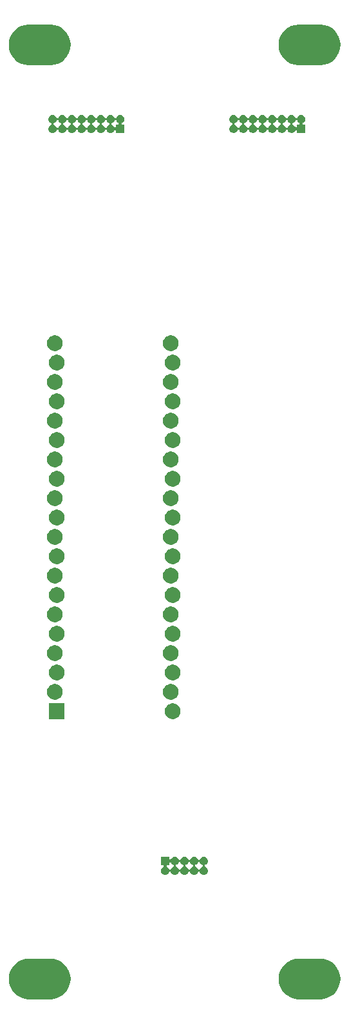
<source format=gts>
G04 #@! TF.GenerationSoftware,KiCad,Pcbnew,(5.1.4)-1*
G04 #@! TF.CreationDate,2020-06-25T03:09:23+09:00*
G04 #@! TF.ProjectId,voice-dg,766f6963-652d-4646-972e-6b696361645f,rev?*
G04 #@! TF.SameCoordinates,Original*
G04 #@! TF.FileFunction,Soldermask,Top*
G04 #@! TF.FilePolarity,Negative*
%FSLAX46Y46*%
G04 Gerber Fmt 4.6, Leading zero omitted, Abs format (unit mm)*
G04 Created by KiCad (PCBNEW (5.1.4)-1) date 2020-06-25 03:09:23*
%MOMM*%
%LPD*%
G04 APERTURE LIST*
%ADD10C,0.100000*%
G04 APERTURE END LIST*
D10*
G36*
X94919687Y-172887358D02*
G01*
X95419402Y-173038945D01*
X95879943Y-173285109D01*
X96283610Y-173616390D01*
X96614891Y-174020057D01*
X96861055Y-174480598D01*
X97012642Y-174980313D01*
X97063827Y-175500000D01*
X97012642Y-176019687D01*
X96861055Y-176519402D01*
X96614891Y-176979943D01*
X96283610Y-177383610D01*
X95879943Y-177714891D01*
X95419402Y-177961055D01*
X94919687Y-178112642D01*
X94530234Y-178151000D01*
X91469766Y-178151000D01*
X91080313Y-178112642D01*
X90580598Y-177961055D01*
X90120057Y-177714891D01*
X89716390Y-177383610D01*
X89385109Y-176979943D01*
X89138945Y-176519402D01*
X88987358Y-176019687D01*
X88936173Y-175500000D01*
X88987358Y-174980313D01*
X89138945Y-174480598D01*
X89385109Y-174020057D01*
X89716390Y-173616390D01*
X90120057Y-173285109D01*
X90580598Y-173038945D01*
X91080313Y-172887358D01*
X91469766Y-172849000D01*
X94530234Y-172849000D01*
X94919687Y-172887358D01*
X94919687Y-172887358D01*
G37*
G36*
X59419687Y-172887358D02*
G01*
X59919402Y-173038945D01*
X60379943Y-173285109D01*
X60783610Y-173616390D01*
X61114891Y-174020057D01*
X61361055Y-174480598D01*
X61512642Y-174980313D01*
X61563827Y-175500000D01*
X61512642Y-176019687D01*
X61361055Y-176519402D01*
X61114891Y-176979943D01*
X60783610Y-177383610D01*
X60379943Y-177714891D01*
X59919402Y-177961055D01*
X59419687Y-178112642D01*
X59030234Y-178151000D01*
X55969766Y-178151000D01*
X55580313Y-178112642D01*
X55080598Y-177961055D01*
X54620057Y-177714891D01*
X54216390Y-177383610D01*
X53885109Y-176979943D01*
X53638945Y-176519402D01*
X53487358Y-176019687D01*
X53436173Y-175500000D01*
X53487358Y-174980313D01*
X53638945Y-174480598D01*
X53885109Y-174020057D01*
X54216390Y-173616390D01*
X54620057Y-173285109D01*
X55080598Y-173038945D01*
X55580313Y-172887358D01*
X55969766Y-172849000D01*
X59030234Y-172849000D01*
X59419687Y-172887358D01*
X59419687Y-172887358D01*
G37*
G36*
X74551000Y-159677265D02*
G01*
X74553402Y-159701651D01*
X74560515Y-159725100D01*
X74572066Y-159746711D01*
X74587611Y-159765653D01*
X74606553Y-159781198D01*
X74628164Y-159792749D01*
X74651613Y-159799862D01*
X74675999Y-159802264D01*
X74700385Y-159799862D01*
X74723834Y-159792749D01*
X74745445Y-159781198D01*
X74764387Y-159765653D01*
X74779932Y-159746711D01*
X74786233Y-159736198D01*
X74809644Y-159692400D01*
X74878499Y-159608499D01*
X74962400Y-159539643D01*
X75030945Y-159503005D01*
X75058121Y-159488479D01*
X75161985Y-159456973D01*
X75242933Y-159449000D01*
X75297067Y-159449000D01*
X75378015Y-159456973D01*
X75481879Y-159488479D01*
X75509055Y-159503005D01*
X75577600Y-159539643D01*
X75661501Y-159608499D01*
X75730357Y-159692400D01*
X75766995Y-159760945D01*
X75781521Y-159788121D01*
X75785388Y-159800869D01*
X75794760Y-159823496D01*
X75808374Y-159843870D01*
X75825701Y-159861197D01*
X75846075Y-159874811D01*
X75868714Y-159884188D01*
X75892747Y-159888969D01*
X75917251Y-159888969D01*
X75941285Y-159884189D01*
X75963924Y-159874812D01*
X75984298Y-159861198D01*
X76001625Y-159843871D01*
X76015239Y-159823497D01*
X76024612Y-159800869D01*
X76028479Y-159788121D01*
X76043005Y-159760945D01*
X76079643Y-159692400D01*
X76148499Y-159608499D01*
X76232400Y-159539643D01*
X76300945Y-159503005D01*
X76328121Y-159488479D01*
X76431985Y-159456973D01*
X76512933Y-159449000D01*
X76567067Y-159449000D01*
X76648015Y-159456973D01*
X76751879Y-159488479D01*
X76779055Y-159503005D01*
X76847600Y-159539643D01*
X76931501Y-159608499D01*
X77000357Y-159692400D01*
X77036995Y-159760945D01*
X77051521Y-159788121D01*
X77055388Y-159800869D01*
X77064760Y-159823496D01*
X77078374Y-159843870D01*
X77095701Y-159861197D01*
X77116075Y-159874811D01*
X77138714Y-159884188D01*
X77162747Y-159888969D01*
X77187251Y-159888969D01*
X77211285Y-159884189D01*
X77233924Y-159874812D01*
X77254298Y-159861198D01*
X77271625Y-159843871D01*
X77285239Y-159823497D01*
X77294612Y-159800869D01*
X77298479Y-159788121D01*
X77313005Y-159760945D01*
X77349643Y-159692400D01*
X77418499Y-159608499D01*
X77502400Y-159539643D01*
X77570945Y-159503005D01*
X77598121Y-159488479D01*
X77701985Y-159456973D01*
X77782933Y-159449000D01*
X77837067Y-159449000D01*
X77918015Y-159456973D01*
X78021879Y-159488479D01*
X78049055Y-159503005D01*
X78117600Y-159539643D01*
X78201501Y-159608499D01*
X78270357Y-159692400D01*
X78306995Y-159760945D01*
X78321521Y-159788121D01*
X78325388Y-159800869D01*
X78334760Y-159823496D01*
X78348374Y-159843870D01*
X78365701Y-159861197D01*
X78386075Y-159874811D01*
X78408714Y-159884188D01*
X78432747Y-159888969D01*
X78457251Y-159888969D01*
X78481285Y-159884189D01*
X78503924Y-159874812D01*
X78524298Y-159861198D01*
X78541625Y-159843871D01*
X78555239Y-159823497D01*
X78564612Y-159800869D01*
X78568479Y-159788121D01*
X78583005Y-159760945D01*
X78619643Y-159692400D01*
X78688499Y-159608499D01*
X78772400Y-159539643D01*
X78840945Y-159503005D01*
X78868121Y-159488479D01*
X78971985Y-159456973D01*
X79052933Y-159449000D01*
X79107067Y-159449000D01*
X79188015Y-159456973D01*
X79291879Y-159488479D01*
X79319055Y-159503005D01*
X79387600Y-159539643D01*
X79471501Y-159608499D01*
X79540357Y-159692400D01*
X79576995Y-159760945D01*
X79591521Y-159788121D01*
X79623027Y-159891985D01*
X79633666Y-160000000D01*
X79623027Y-160108015D01*
X79591521Y-160211879D01*
X79591191Y-160212496D01*
X79540357Y-160307600D01*
X79471501Y-160391501D01*
X79387600Y-160460357D01*
X79319055Y-160496995D01*
X79291879Y-160511521D01*
X79279131Y-160515388D01*
X79256504Y-160524760D01*
X79236130Y-160538374D01*
X79218803Y-160555701D01*
X79205189Y-160576075D01*
X79195812Y-160598714D01*
X79191031Y-160622747D01*
X79191031Y-160647251D01*
X79195811Y-160671285D01*
X79205188Y-160693924D01*
X79218802Y-160714298D01*
X79236129Y-160731625D01*
X79256503Y-160745239D01*
X79279131Y-160754612D01*
X79291879Y-160758479D01*
X79318344Y-160772625D01*
X79387600Y-160809643D01*
X79471501Y-160878499D01*
X79540357Y-160962400D01*
X79576995Y-161030945D01*
X79591521Y-161058121D01*
X79623027Y-161161985D01*
X79633666Y-161270000D01*
X79623027Y-161378015D01*
X79591521Y-161481879D01*
X79591519Y-161481882D01*
X79540357Y-161577600D01*
X79471501Y-161661501D01*
X79387600Y-161730357D01*
X79319055Y-161766995D01*
X79291879Y-161781521D01*
X79188015Y-161813027D01*
X79107067Y-161821000D01*
X79052933Y-161821000D01*
X78971985Y-161813027D01*
X78868121Y-161781521D01*
X78840945Y-161766995D01*
X78772400Y-161730357D01*
X78688499Y-161661501D01*
X78619643Y-161577600D01*
X78568481Y-161481882D01*
X78568479Y-161481879D01*
X78564612Y-161469131D01*
X78555240Y-161446504D01*
X78541626Y-161426130D01*
X78524299Y-161408803D01*
X78503925Y-161395189D01*
X78481286Y-161385812D01*
X78457253Y-161381031D01*
X78432749Y-161381031D01*
X78408715Y-161385811D01*
X78386076Y-161395188D01*
X78365702Y-161408802D01*
X78348375Y-161426129D01*
X78334761Y-161446503D01*
X78325388Y-161469131D01*
X78321521Y-161481879D01*
X78321519Y-161481882D01*
X78270357Y-161577600D01*
X78201501Y-161661501D01*
X78117600Y-161730357D01*
X78049055Y-161766995D01*
X78021879Y-161781521D01*
X77918015Y-161813027D01*
X77837067Y-161821000D01*
X77782933Y-161821000D01*
X77701985Y-161813027D01*
X77598121Y-161781521D01*
X77570945Y-161766995D01*
X77502400Y-161730357D01*
X77418499Y-161661501D01*
X77349643Y-161577600D01*
X77298481Y-161481882D01*
X77298479Y-161481879D01*
X77294612Y-161469131D01*
X77285240Y-161446504D01*
X77271626Y-161426130D01*
X77254299Y-161408803D01*
X77233925Y-161395189D01*
X77211286Y-161385812D01*
X77187253Y-161381031D01*
X77162749Y-161381031D01*
X77138715Y-161385811D01*
X77116076Y-161395188D01*
X77095702Y-161408802D01*
X77078375Y-161426129D01*
X77064761Y-161446503D01*
X77055388Y-161469131D01*
X77051521Y-161481879D01*
X77051519Y-161481882D01*
X77000357Y-161577600D01*
X76931501Y-161661501D01*
X76847600Y-161730357D01*
X76779055Y-161766995D01*
X76751879Y-161781521D01*
X76648015Y-161813027D01*
X76567067Y-161821000D01*
X76512933Y-161821000D01*
X76431985Y-161813027D01*
X76328121Y-161781521D01*
X76300945Y-161766995D01*
X76232400Y-161730357D01*
X76148499Y-161661501D01*
X76079643Y-161577600D01*
X76028481Y-161481882D01*
X76028479Y-161481879D01*
X76024612Y-161469131D01*
X76015240Y-161446504D01*
X76001626Y-161426130D01*
X75984299Y-161408803D01*
X75963925Y-161395189D01*
X75941286Y-161385812D01*
X75917253Y-161381031D01*
X75892749Y-161381031D01*
X75868715Y-161385811D01*
X75846076Y-161395188D01*
X75825702Y-161408802D01*
X75808375Y-161426129D01*
X75794761Y-161446503D01*
X75785388Y-161469131D01*
X75781521Y-161481879D01*
X75781519Y-161481882D01*
X75730357Y-161577600D01*
X75661501Y-161661501D01*
X75577600Y-161730357D01*
X75509055Y-161766995D01*
X75481879Y-161781521D01*
X75378015Y-161813027D01*
X75297067Y-161821000D01*
X75242933Y-161821000D01*
X75161985Y-161813027D01*
X75058121Y-161781521D01*
X75030945Y-161766995D01*
X74962400Y-161730357D01*
X74878499Y-161661501D01*
X74809643Y-161577600D01*
X74758481Y-161481882D01*
X74758479Y-161481879D01*
X74754612Y-161469131D01*
X74745240Y-161446504D01*
X74731626Y-161426130D01*
X74714299Y-161408803D01*
X74693925Y-161395189D01*
X74671286Y-161385812D01*
X74647253Y-161381031D01*
X74622749Y-161381031D01*
X74598715Y-161385811D01*
X74576076Y-161395188D01*
X74555702Y-161408802D01*
X74538375Y-161426129D01*
X74524761Y-161446503D01*
X74515388Y-161469131D01*
X74511521Y-161481879D01*
X74511519Y-161481882D01*
X74460357Y-161577600D01*
X74391501Y-161661501D01*
X74307600Y-161730357D01*
X74239055Y-161766995D01*
X74211879Y-161781521D01*
X74108015Y-161813027D01*
X74027067Y-161821000D01*
X73972933Y-161821000D01*
X73891985Y-161813027D01*
X73788121Y-161781521D01*
X73760945Y-161766995D01*
X73692400Y-161730357D01*
X73608499Y-161661501D01*
X73539643Y-161577600D01*
X73488481Y-161481882D01*
X73488479Y-161481879D01*
X73456973Y-161378015D01*
X73446334Y-161270000D01*
X73456973Y-161161985D01*
X73488479Y-161058121D01*
X73503005Y-161030945D01*
X73539643Y-160962400D01*
X73608499Y-160878499D01*
X73692399Y-160809645D01*
X73692398Y-160809645D01*
X73692400Y-160809644D01*
X73736193Y-160786236D01*
X73756563Y-160772625D01*
X73773890Y-160755298D01*
X73787504Y-160734924D01*
X73796881Y-160712285D01*
X73801662Y-160688252D01*
X73801662Y-160675999D01*
X74197736Y-160675999D01*
X74200138Y-160700385D01*
X74207251Y-160723834D01*
X74218802Y-160745445D01*
X74234347Y-160764387D01*
X74253289Y-160779932D01*
X74263802Y-160786233D01*
X74307600Y-160809644D01*
X74307602Y-160809645D01*
X74307601Y-160809645D01*
X74391501Y-160878499D01*
X74460357Y-160962400D01*
X74496995Y-161030945D01*
X74511521Y-161058121D01*
X74515388Y-161070869D01*
X74524760Y-161093496D01*
X74538374Y-161113870D01*
X74555701Y-161131197D01*
X74576075Y-161144811D01*
X74598714Y-161154188D01*
X74622747Y-161158969D01*
X74647251Y-161158969D01*
X74671285Y-161154189D01*
X74693924Y-161144812D01*
X74714298Y-161131198D01*
X74731625Y-161113871D01*
X74745239Y-161093497D01*
X74754612Y-161070869D01*
X74758479Y-161058121D01*
X74773005Y-161030945D01*
X74809643Y-160962400D01*
X74878499Y-160878499D01*
X74962400Y-160809643D01*
X75031656Y-160772625D01*
X75058121Y-160758479D01*
X75070869Y-160754612D01*
X75093496Y-160745240D01*
X75113870Y-160731626D01*
X75131197Y-160714299D01*
X75144811Y-160693925D01*
X75154188Y-160671286D01*
X75158969Y-160647253D01*
X75158969Y-160622749D01*
X75158969Y-160622747D01*
X75381031Y-160622747D01*
X75381031Y-160647251D01*
X75385811Y-160671285D01*
X75395188Y-160693924D01*
X75408802Y-160714298D01*
X75426129Y-160731625D01*
X75446503Y-160745239D01*
X75469131Y-160754612D01*
X75481879Y-160758479D01*
X75508344Y-160772625D01*
X75577600Y-160809643D01*
X75661501Y-160878499D01*
X75730357Y-160962400D01*
X75766995Y-161030945D01*
X75781521Y-161058121D01*
X75785388Y-161070869D01*
X75794760Y-161093496D01*
X75808374Y-161113870D01*
X75825701Y-161131197D01*
X75846075Y-161144811D01*
X75868714Y-161154188D01*
X75892747Y-161158969D01*
X75917251Y-161158969D01*
X75941285Y-161154189D01*
X75963924Y-161144812D01*
X75984298Y-161131198D01*
X76001625Y-161113871D01*
X76015239Y-161093497D01*
X76024612Y-161070869D01*
X76028479Y-161058121D01*
X76043005Y-161030945D01*
X76079643Y-160962400D01*
X76148499Y-160878499D01*
X76232400Y-160809643D01*
X76301656Y-160772625D01*
X76328121Y-160758479D01*
X76340869Y-160754612D01*
X76363496Y-160745240D01*
X76383870Y-160731626D01*
X76401197Y-160714299D01*
X76414811Y-160693925D01*
X76424188Y-160671286D01*
X76428969Y-160647253D01*
X76428969Y-160622749D01*
X76428969Y-160622747D01*
X76651031Y-160622747D01*
X76651031Y-160647251D01*
X76655811Y-160671285D01*
X76665188Y-160693924D01*
X76678802Y-160714298D01*
X76696129Y-160731625D01*
X76716503Y-160745239D01*
X76739131Y-160754612D01*
X76751879Y-160758479D01*
X76778344Y-160772625D01*
X76847600Y-160809643D01*
X76931501Y-160878499D01*
X77000357Y-160962400D01*
X77036995Y-161030945D01*
X77051521Y-161058121D01*
X77055388Y-161070869D01*
X77064760Y-161093496D01*
X77078374Y-161113870D01*
X77095701Y-161131197D01*
X77116075Y-161144811D01*
X77138714Y-161154188D01*
X77162747Y-161158969D01*
X77187251Y-161158969D01*
X77211285Y-161154189D01*
X77233924Y-161144812D01*
X77254298Y-161131198D01*
X77271625Y-161113871D01*
X77285239Y-161093497D01*
X77294612Y-161070869D01*
X77298479Y-161058121D01*
X77313005Y-161030945D01*
X77349643Y-160962400D01*
X77418499Y-160878499D01*
X77502400Y-160809643D01*
X77571656Y-160772625D01*
X77598121Y-160758479D01*
X77610869Y-160754612D01*
X77633496Y-160745240D01*
X77653870Y-160731626D01*
X77671197Y-160714299D01*
X77684811Y-160693925D01*
X77694188Y-160671286D01*
X77698969Y-160647253D01*
X77698969Y-160622749D01*
X77698969Y-160622747D01*
X77921031Y-160622747D01*
X77921031Y-160647251D01*
X77925811Y-160671285D01*
X77935188Y-160693924D01*
X77948802Y-160714298D01*
X77966129Y-160731625D01*
X77986503Y-160745239D01*
X78009131Y-160754612D01*
X78021879Y-160758479D01*
X78048344Y-160772625D01*
X78117600Y-160809643D01*
X78201501Y-160878499D01*
X78270357Y-160962400D01*
X78306995Y-161030945D01*
X78321521Y-161058121D01*
X78325388Y-161070869D01*
X78334760Y-161093496D01*
X78348374Y-161113870D01*
X78365701Y-161131197D01*
X78386075Y-161144811D01*
X78408714Y-161154188D01*
X78432747Y-161158969D01*
X78457251Y-161158969D01*
X78481285Y-161154189D01*
X78503924Y-161144812D01*
X78524298Y-161131198D01*
X78541625Y-161113871D01*
X78555239Y-161093497D01*
X78564612Y-161070869D01*
X78568479Y-161058121D01*
X78583005Y-161030945D01*
X78619643Y-160962400D01*
X78688499Y-160878499D01*
X78772400Y-160809643D01*
X78841656Y-160772625D01*
X78868121Y-160758479D01*
X78880869Y-160754612D01*
X78903496Y-160745240D01*
X78923870Y-160731626D01*
X78941197Y-160714299D01*
X78954811Y-160693925D01*
X78964188Y-160671286D01*
X78968969Y-160647253D01*
X78968969Y-160622749D01*
X78964189Y-160598715D01*
X78954812Y-160576076D01*
X78941198Y-160555702D01*
X78923871Y-160538375D01*
X78903497Y-160524761D01*
X78880869Y-160515388D01*
X78868121Y-160511521D01*
X78840945Y-160496995D01*
X78772400Y-160460357D01*
X78688499Y-160391501D01*
X78619643Y-160307600D01*
X78568809Y-160212496D01*
X78568479Y-160211879D01*
X78564612Y-160199131D01*
X78555240Y-160176504D01*
X78541626Y-160156130D01*
X78524299Y-160138803D01*
X78503925Y-160125189D01*
X78481286Y-160115812D01*
X78457253Y-160111031D01*
X78432749Y-160111031D01*
X78408715Y-160115811D01*
X78386076Y-160125188D01*
X78365702Y-160138802D01*
X78348375Y-160156129D01*
X78334761Y-160176503D01*
X78325388Y-160199131D01*
X78321521Y-160211879D01*
X78321191Y-160212496D01*
X78270357Y-160307600D01*
X78201501Y-160391501D01*
X78117600Y-160460357D01*
X78049055Y-160496995D01*
X78021879Y-160511521D01*
X78009131Y-160515388D01*
X77986504Y-160524760D01*
X77966130Y-160538374D01*
X77948803Y-160555701D01*
X77935189Y-160576075D01*
X77925812Y-160598714D01*
X77921031Y-160622747D01*
X77698969Y-160622747D01*
X77694189Y-160598715D01*
X77684812Y-160576076D01*
X77671198Y-160555702D01*
X77653871Y-160538375D01*
X77633497Y-160524761D01*
X77610869Y-160515388D01*
X77598121Y-160511521D01*
X77570945Y-160496995D01*
X77502400Y-160460357D01*
X77418499Y-160391501D01*
X77349643Y-160307600D01*
X77298809Y-160212496D01*
X77298479Y-160211879D01*
X77294612Y-160199131D01*
X77285240Y-160176504D01*
X77271626Y-160156130D01*
X77254299Y-160138803D01*
X77233925Y-160125189D01*
X77211286Y-160115812D01*
X77187253Y-160111031D01*
X77162749Y-160111031D01*
X77138715Y-160115811D01*
X77116076Y-160125188D01*
X77095702Y-160138802D01*
X77078375Y-160156129D01*
X77064761Y-160176503D01*
X77055388Y-160199131D01*
X77051521Y-160211879D01*
X77051191Y-160212496D01*
X77000357Y-160307600D01*
X76931501Y-160391501D01*
X76847600Y-160460357D01*
X76779055Y-160496995D01*
X76751879Y-160511521D01*
X76739131Y-160515388D01*
X76716504Y-160524760D01*
X76696130Y-160538374D01*
X76678803Y-160555701D01*
X76665189Y-160576075D01*
X76655812Y-160598714D01*
X76651031Y-160622747D01*
X76428969Y-160622747D01*
X76424189Y-160598715D01*
X76414812Y-160576076D01*
X76401198Y-160555702D01*
X76383871Y-160538375D01*
X76363497Y-160524761D01*
X76340869Y-160515388D01*
X76328121Y-160511521D01*
X76300945Y-160496995D01*
X76232400Y-160460357D01*
X76148499Y-160391501D01*
X76079643Y-160307600D01*
X76028809Y-160212496D01*
X76028479Y-160211879D01*
X76024612Y-160199131D01*
X76015240Y-160176504D01*
X76001626Y-160156130D01*
X75984299Y-160138803D01*
X75963925Y-160125189D01*
X75941286Y-160115812D01*
X75917253Y-160111031D01*
X75892749Y-160111031D01*
X75868715Y-160115811D01*
X75846076Y-160125188D01*
X75825702Y-160138802D01*
X75808375Y-160156129D01*
X75794761Y-160176503D01*
X75785388Y-160199131D01*
X75781521Y-160211879D01*
X75781191Y-160212496D01*
X75730357Y-160307600D01*
X75661501Y-160391501D01*
X75577600Y-160460357D01*
X75509055Y-160496995D01*
X75481879Y-160511521D01*
X75469131Y-160515388D01*
X75446504Y-160524760D01*
X75426130Y-160538374D01*
X75408803Y-160555701D01*
X75395189Y-160576075D01*
X75385812Y-160598714D01*
X75381031Y-160622747D01*
X75158969Y-160622747D01*
X75154189Y-160598715D01*
X75144812Y-160576076D01*
X75131198Y-160555702D01*
X75113871Y-160538375D01*
X75093497Y-160524761D01*
X75070869Y-160515388D01*
X75058121Y-160511521D01*
X75030945Y-160496995D01*
X74962400Y-160460357D01*
X74878499Y-160391501D01*
X74809645Y-160307601D01*
X74809644Y-160307600D01*
X74786236Y-160263807D01*
X74772625Y-160243437D01*
X74755298Y-160226110D01*
X74734924Y-160212496D01*
X74712285Y-160203119D01*
X74688252Y-160198338D01*
X74663748Y-160198338D01*
X74639714Y-160203118D01*
X74617076Y-160212495D01*
X74596701Y-160226109D01*
X74579374Y-160243436D01*
X74565760Y-160263810D01*
X74556383Y-160286449D01*
X74551602Y-160310482D01*
X74551000Y-160322735D01*
X74551000Y-160551000D01*
X74322735Y-160551000D01*
X74298349Y-160553402D01*
X74274900Y-160560515D01*
X74253289Y-160572066D01*
X74234347Y-160587611D01*
X74218802Y-160606553D01*
X74207251Y-160628164D01*
X74200138Y-160651613D01*
X74197736Y-160675999D01*
X73801662Y-160675999D01*
X73801662Y-160663748D01*
X73796882Y-160639714D01*
X73787505Y-160617076D01*
X73773891Y-160596701D01*
X73756564Y-160579374D01*
X73736190Y-160565760D01*
X73713551Y-160556383D01*
X73689518Y-160551602D01*
X73677265Y-160551000D01*
X73449000Y-160551000D01*
X73449000Y-159449000D01*
X74551000Y-159449000D01*
X74551000Y-159677265D01*
X74551000Y-159677265D01*
G37*
G36*
X75300765Y-139378620D02*
G01*
X75490288Y-139457123D01*
X75660854Y-139571092D01*
X75805908Y-139716146D01*
X75919877Y-139886712D01*
X75998380Y-140076235D01*
X76038400Y-140277431D01*
X76038400Y-140482569D01*
X75998380Y-140683765D01*
X75919877Y-140873288D01*
X75805908Y-141043854D01*
X75660854Y-141188908D01*
X75490288Y-141302877D01*
X75490287Y-141302878D01*
X75490286Y-141302878D01*
X75300765Y-141381380D01*
X75099570Y-141421400D01*
X74894430Y-141421400D01*
X74693235Y-141381380D01*
X74503714Y-141302878D01*
X74503713Y-141302878D01*
X74503712Y-141302877D01*
X74333146Y-141188908D01*
X74188092Y-141043854D01*
X74074123Y-140873288D01*
X73995620Y-140683765D01*
X73955600Y-140482569D01*
X73955600Y-140277431D01*
X73995620Y-140076235D01*
X74074123Y-139886712D01*
X74188092Y-139716146D01*
X74333146Y-139571092D01*
X74503712Y-139457123D01*
X74693235Y-139378620D01*
X74894430Y-139338600D01*
X75099570Y-139338600D01*
X75300765Y-139378620D01*
X75300765Y-139378620D01*
G37*
G36*
X60798400Y-141421400D02*
G01*
X58715600Y-141421400D01*
X58715600Y-139338600D01*
X60798400Y-139338600D01*
X60798400Y-141421400D01*
X60798400Y-141421400D01*
G37*
G36*
X75046765Y-136838620D02*
G01*
X75236288Y-136917123D01*
X75406854Y-137031092D01*
X75551908Y-137176146D01*
X75665877Y-137346712D01*
X75744380Y-137536235D01*
X75784400Y-137737431D01*
X75784400Y-137942569D01*
X75744380Y-138143765D01*
X75665877Y-138333288D01*
X75551908Y-138503854D01*
X75406854Y-138648908D01*
X75236288Y-138762877D01*
X75236287Y-138762878D01*
X75236286Y-138762878D01*
X75046765Y-138841380D01*
X74845570Y-138881400D01*
X74640430Y-138881400D01*
X74439235Y-138841380D01*
X74249714Y-138762878D01*
X74249713Y-138762878D01*
X74249712Y-138762877D01*
X74079146Y-138648908D01*
X73934092Y-138503854D01*
X73820123Y-138333288D01*
X73741620Y-138143765D01*
X73701600Y-137942569D01*
X73701600Y-137737431D01*
X73741620Y-137536235D01*
X73820123Y-137346712D01*
X73934092Y-137176146D01*
X74079146Y-137031092D01*
X74249712Y-136917123D01*
X74439235Y-136838620D01*
X74640430Y-136798600D01*
X74845570Y-136798600D01*
X75046765Y-136838620D01*
X75046765Y-136838620D01*
G37*
G36*
X59806765Y-136838620D02*
G01*
X59996288Y-136917123D01*
X60166854Y-137031092D01*
X60311908Y-137176146D01*
X60425877Y-137346712D01*
X60504380Y-137536235D01*
X60544400Y-137737431D01*
X60544400Y-137942569D01*
X60504380Y-138143765D01*
X60425877Y-138333288D01*
X60311908Y-138503854D01*
X60166854Y-138648908D01*
X59996288Y-138762877D01*
X59996287Y-138762878D01*
X59996286Y-138762878D01*
X59806765Y-138841380D01*
X59605570Y-138881400D01*
X59400430Y-138881400D01*
X59199235Y-138841380D01*
X59009714Y-138762878D01*
X59009713Y-138762878D01*
X59009712Y-138762877D01*
X58839146Y-138648908D01*
X58694092Y-138503854D01*
X58580123Y-138333288D01*
X58501620Y-138143765D01*
X58461600Y-137942569D01*
X58461600Y-137737431D01*
X58501620Y-137536235D01*
X58580123Y-137346712D01*
X58694092Y-137176146D01*
X58839146Y-137031092D01*
X59009712Y-136917123D01*
X59199235Y-136838620D01*
X59400430Y-136798600D01*
X59605570Y-136798600D01*
X59806765Y-136838620D01*
X59806765Y-136838620D01*
G37*
G36*
X60060765Y-134298620D02*
G01*
X60250288Y-134377123D01*
X60420854Y-134491092D01*
X60565908Y-134636146D01*
X60679877Y-134806712D01*
X60758380Y-134996235D01*
X60798400Y-135197431D01*
X60798400Y-135402569D01*
X60758380Y-135603765D01*
X60679877Y-135793288D01*
X60565908Y-135963854D01*
X60420854Y-136108908D01*
X60250288Y-136222877D01*
X60250287Y-136222878D01*
X60250286Y-136222878D01*
X60060765Y-136301380D01*
X59859570Y-136341400D01*
X59654430Y-136341400D01*
X59453235Y-136301380D01*
X59263714Y-136222878D01*
X59263713Y-136222878D01*
X59263712Y-136222877D01*
X59093146Y-136108908D01*
X58948092Y-135963854D01*
X58834123Y-135793288D01*
X58755620Y-135603765D01*
X58715600Y-135402569D01*
X58715600Y-135197431D01*
X58755620Y-134996235D01*
X58834123Y-134806712D01*
X58948092Y-134636146D01*
X59093146Y-134491092D01*
X59263712Y-134377123D01*
X59453235Y-134298620D01*
X59654430Y-134258600D01*
X59859570Y-134258600D01*
X60060765Y-134298620D01*
X60060765Y-134298620D01*
G37*
G36*
X75300765Y-134298620D02*
G01*
X75490288Y-134377123D01*
X75660854Y-134491092D01*
X75805908Y-134636146D01*
X75919877Y-134806712D01*
X75998380Y-134996235D01*
X76038400Y-135197431D01*
X76038400Y-135402569D01*
X75998380Y-135603765D01*
X75919877Y-135793288D01*
X75805908Y-135963854D01*
X75660854Y-136108908D01*
X75490288Y-136222877D01*
X75490287Y-136222878D01*
X75490286Y-136222878D01*
X75300765Y-136301380D01*
X75099570Y-136341400D01*
X74894430Y-136341400D01*
X74693235Y-136301380D01*
X74503714Y-136222878D01*
X74503713Y-136222878D01*
X74503712Y-136222877D01*
X74333146Y-136108908D01*
X74188092Y-135963854D01*
X74074123Y-135793288D01*
X73995620Y-135603765D01*
X73955600Y-135402569D01*
X73955600Y-135197431D01*
X73995620Y-134996235D01*
X74074123Y-134806712D01*
X74188092Y-134636146D01*
X74333146Y-134491092D01*
X74503712Y-134377123D01*
X74693235Y-134298620D01*
X74894430Y-134258600D01*
X75099570Y-134258600D01*
X75300765Y-134298620D01*
X75300765Y-134298620D01*
G37*
G36*
X59806765Y-131758620D02*
G01*
X59996288Y-131837123D01*
X60166854Y-131951092D01*
X60311908Y-132096146D01*
X60425877Y-132266712D01*
X60504380Y-132456235D01*
X60544400Y-132657431D01*
X60544400Y-132862569D01*
X60504380Y-133063765D01*
X60425877Y-133253288D01*
X60311908Y-133423854D01*
X60166854Y-133568908D01*
X59996288Y-133682877D01*
X59996287Y-133682878D01*
X59996286Y-133682878D01*
X59806765Y-133761380D01*
X59605570Y-133801400D01*
X59400430Y-133801400D01*
X59199235Y-133761380D01*
X59009714Y-133682878D01*
X59009713Y-133682878D01*
X59009712Y-133682877D01*
X58839146Y-133568908D01*
X58694092Y-133423854D01*
X58580123Y-133253288D01*
X58501620Y-133063765D01*
X58461600Y-132862569D01*
X58461600Y-132657431D01*
X58501620Y-132456235D01*
X58580123Y-132266712D01*
X58694092Y-132096146D01*
X58839146Y-131951092D01*
X59009712Y-131837123D01*
X59199235Y-131758620D01*
X59400430Y-131718600D01*
X59605570Y-131718600D01*
X59806765Y-131758620D01*
X59806765Y-131758620D01*
G37*
G36*
X75046765Y-131758620D02*
G01*
X75236288Y-131837123D01*
X75406854Y-131951092D01*
X75551908Y-132096146D01*
X75665877Y-132266712D01*
X75744380Y-132456235D01*
X75784400Y-132657431D01*
X75784400Y-132862569D01*
X75744380Y-133063765D01*
X75665877Y-133253288D01*
X75551908Y-133423854D01*
X75406854Y-133568908D01*
X75236288Y-133682877D01*
X75236287Y-133682878D01*
X75236286Y-133682878D01*
X75046765Y-133761380D01*
X74845570Y-133801400D01*
X74640430Y-133801400D01*
X74439235Y-133761380D01*
X74249714Y-133682878D01*
X74249713Y-133682878D01*
X74249712Y-133682877D01*
X74079146Y-133568908D01*
X73934092Y-133423854D01*
X73820123Y-133253288D01*
X73741620Y-133063765D01*
X73701600Y-132862569D01*
X73701600Y-132657431D01*
X73741620Y-132456235D01*
X73820123Y-132266712D01*
X73934092Y-132096146D01*
X74079146Y-131951092D01*
X74249712Y-131837123D01*
X74439235Y-131758620D01*
X74640430Y-131718600D01*
X74845570Y-131718600D01*
X75046765Y-131758620D01*
X75046765Y-131758620D01*
G37*
G36*
X60060765Y-129218620D02*
G01*
X60250288Y-129297123D01*
X60420854Y-129411092D01*
X60565908Y-129556146D01*
X60679877Y-129726712D01*
X60758380Y-129916235D01*
X60798400Y-130117431D01*
X60798400Y-130322569D01*
X60758380Y-130523765D01*
X60679877Y-130713288D01*
X60565908Y-130883854D01*
X60420854Y-131028908D01*
X60250288Y-131142877D01*
X60250287Y-131142878D01*
X60250286Y-131142878D01*
X60060765Y-131221380D01*
X59859570Y-131261400D01*
X59654430Y-131261400D01*
X59453235Y-131221380D01*
X59263714Y-131142878D01*
X59263713Y-131142878D01*
X59263712Y-131142877D01*
X59093146Y-131028908D01*
X58948092Y-130883854D01*
X58834123Y-130713288D01*
X58755620Y-130523765D01*
X58715600Y-130322569D01*
X58715600Y-130117431D01*
X58755620Y-129916235D01*
X58834123Y-129726712D01*
X58948092Y-129556146D01*
X59093146Y-129411092D01*
X59263712Y-129297123D01*
X59453235Y-129218620D01*
X59654430Y-129178600D01*
X59859570Y-129178600D01*
X60060765Y-129218620D01*
X60060765Y-129218620D01*
G37*
G36*
X75300765Y-129218620D02*
G01*
X75490288Y-129297123D01*
X75660854Y-129411092D01*
X75805908Y-129556146D01*
X75919877Y-129726712D01*
X75998380Y-129916235D01*
X76038400Y-130117431D01*
X76038400Y-130322569D01*
X75998380Y-130523765D01*
X75919877Y-130713288D01*
X75805908Y-130883854D01*
X75660854Y-131028908D01*
X75490288Y-131142877D01*
X75490287Y-131142878D01*
X75490286Y-131142878D01*
X75300765Y-131221380D01*
X75099570Y-131261400D01*
X74894430Y-131261400D01*
X74693235Y-131221380D01*
X74503714Y-131142878D01*
X74503713Y-131142878D01*
X74503712Y-131142877D01*
X74333146Y-131028908D01*
X74188092Y-130883854D01*
X74074123Y-130713288D01*
X73995620Y-130523765D01*
X73955600Y-130322569D01*
X73955600Y-130117431D01*
X73995620Y-129916235D01*
X74074123Y-129726712D01*
X74188092Y-129556146D01*
X74333146Y-129411092D01*
X74503712Y-129297123D01*
X74693235Y-129218620D01*
X74894430Y-129178600D01*
X75099570Y-129178600D01*
X75300765Y-129218620D01*
X75300765Y-129218620D01*
G37*
G36*
X59806765Y-126678620D02*
G01*
X59996288Y-126757123D01*
X60166854Y-126871092D01*
X60311908Y-127016146D01*
X60425877Y-127186712D01*
X60504380Y-127376235D01*
X60544400Y-127577431D01*
X60544400Y-127782569D01*
X60504380Y-127983765D01*
X60425877Y-128173288D01*
X60311908Y-128343854D01*
X60166854Y-128488908D01*
X59996288Y-128602877D01*
X59996287Y-128602878D01*
X59996286Y-128602878D01*
X59806765Y-128681380D01*
X59605570Y-128721400D01*
X59400430Y-128721400D01*
X59199235Y-128681380D01*
X59009714Y-128602878D01*
X59009713Y-128602878D01*
X59009712Y-128602877D01*
X58839146Y-128488908D01*
X58694092Y-128343854D01*
X58580123Y-128173288D01*
X58501620Y-127983765D01*
X58461600Y-127782569D01*
X58461600Y-127577431D01*
X58501620Y-127376235D01*
X58580123Y-127186712D01*
X58694092Y-127016146D01*
X58839146Y-126871092D01*
X59009712Y-126757123D01*
X59199235Y-126678620D01*
X59400430Y-126638600D01*
X59605570Y-126638600D01*
X59806765Y-126678620D01*
X59806765Y-126678620D01*
G37*
G36*
X75046765Y-126678620D02*
G01*
X75236288Y-126757123D01*
X75406854Y-126871092D01*
X75551908Y-127016146D01*
X75665877Y-127186712D01*
X75744380Y-127376235D01*
X75784400Y-127577431D01*
X75784400Y-127782569D01*
X75744380Y-127983765D01*
X75665877Y-128173288D01*
X75551908Y-128343854D01*
X75406854Y-128488908D01*
X75236288Y-128602877D01*
X75236287Y-128602878D01*
X75236286Y-128602878D01*
X75046765Y-128681380D01*
X74845570Y-128721400D01*
X74640430Y-128721400D01*
X74439235Y-128681380D01*
X74249714Y-128602878D01*
X74249713Y-128602878D01*
X74249712Y-128602877D01*
X74079146Y-128488908D01*
X73934092Y-128343854D01*
X73820123Y-128173288D01*
X73741620Y-127983765D01*
X73701600Y-127782569D01*
X73701600Y-127577431D01*
X73741620Y-127376235D01*
X73820123Y-127186712D01*
X73934092Y-127016146D01*
X74079146Y-126871092D01*
X74249712Y-126757123D01*
X74439235Y-126678620D01*
X74640430Y-126638600D01*
X74845570Y-126638600D01*
X75046765Y-126678620D01*
X75046765Y-126678620D01*
G37*
G36*
X75300765Y-124138620D02*
G01*
X75490288Y-124217123D01*
X75660854Y-124331092D01*
X75805908Y-124476146D01*
X75919877Y-124646712D01*
X75998380Y-124836235D01*
X76038400Y-125037431D01*
X76038400Y-125242569D01*
X75998380Y-125443765D01*
X75919877Y-125633288D01*
X75805908Y-125803854D01*
X75660854Y-125948908D01*
X75490288Y-126062877D01*
X75490287Y-126062878D01*
X75490286Y-126062878D01*
X75300765Y-126141380D01*
X75099570Y-126181400D01*
X74894430Y-126181400D01*
X74693235Y-126141380D01*
X74503714Y-126062878D01*
X74503713Y-126062878D01*
X74503712Y-126062877D01*
X74333146Y-125948908D01*
X74188092Y-125803854D01*
X74074123Y-125633288D01*
X73995620Y-125443765D01*
X73955600Y-125242569D01*
X73955600Y-125037431D01*
X73995620Y-124836235D01*
X74074123Y-124646712D01*
X74188092Y-124476146D01*
X74333146Y-124331092D01*
X74503712Y-124217123D01*
X74693235Y-124138620D01*
X74894430Y-124098600D01*
X75099570Y-124098600D01*
X75300765Y-124138620D01*
X75300765Y-124138620D01*
G37*
G36*
X60060765Y-124138620D02*
G01*
X60250288Y-124217123D01*
X60420854Y-124331092D01*
X60565908Y-124476146D01*
X60679877Y-124646712D01*
X60758380Y-124836235D01*
X60798400Y-125037431D01*
X60798400Y-125242569D01*
X60758380Y-125443765D01*
X60679877Y-125633288D01*
X60565908Y-125803854D01*
X60420854Y-125948908D01*
X60250288Y-126062877D01*
X60250287Y-126062878D01*
X60250286Y-126062878D01*
X60060765Y-126141380D01*
X59859570Y-126181400D01*
X59654430Y-126181400D01*
X59453235Y-126141380D01*
X59263714Y-126062878D01*
X59263713Y-126062878D01*
X59263712Y-126062877D01*
X59093146Y-125948908D01*
X58948092Y-125803854D01*
X58834123Y-125633288D01*
X58755620Y-125443765D01*
X58715600Y-125242569D01*
X58715600Y-125037431D01*
X58755620Y-124836235D01*
X58834123Y-124646712D01*
X58948092Y-124476146D01*
X59093146Y-124331092D01*
X59263712Y-124217123D01*
X59453235Y-124138620D01*
X59654430Y-124098600D01*
X59859570Y-124098600D01*
X60060765Y-124138620D01*
X60060765Y-124138620D01*
G37*
G36*
X75046765Y-121598620D02*
G01*
X75236288Y-121677123D01*
X75406854Y-121791092D01*
X75551908Y-121936146D01*
X75665877Y-122106712D01*
X75744380Y-122296235D01*
X75784400Y-122497431D01*
X75784400Y-122702569D01*
X75744380Y-122903765D01*
X75665877Y-123093288D01*
X75551908Y-123263854D01*
X75406854Y-123408908D01*
X75236288Y-123522877D01*
X75236287Y-123522878D01*
X75236286Y-123522878D01*
X75046765Y-123601380D01*
X74845570Y-123641400D01*
X74640430Y-123641400D01*
X74439235Y-123601380D01*
X74249714Y-123522878D01*
X74249713Y-123522878D01*
X74249712Y-123522877D01*
X74079146Y-123408908D01*
X73934092Y-123263854D01*
X73820123Y-123093288D01*
X73741620Y-122903765D01*
X73701600Y-122702569D01*
X73701600Y-122497431D01*
X73741620Y-122296235D01*
X73820123Y-122106712D01*
X73934092Y-121936146D01*
X74079146Y-121791092D01*
X74249712Y-121677123D01*
X74439235Y-121598620D01*
X74640430Y-121558600D01*
X74845570Y-121558600D01*
X75046765Y-121598620D01*
X75046765Y-121598620D01*
G37*
G36*
X59806765Y-121598620D02*
G01*
X59996288Y-121677123D01*
X60166854Y-121791092D01*
X60311908Y-121936146D01*
X60425877Y-122106712D01*
X60504380Y-122296235D01*
X60544400Y-122497431D01*
X60544400Y-122702569D01*
X60504380Y-122903765D01*
X60425877Y-123093288D01*
X60311908Y-123263854D01*
X60166854Y-123408908D01*
X59996288Y-123522877D01*
X59996287Y-123522878D01*
X59996286Y-123522878D01*
X59806765Y-123601380D01*
X59605570Y-123641400D01*
X59400430Y-123641400D01*
X59199235Y-123601380D01*
X59009714Y-123522878D01*
X59009713Y-123522878D01*
X59009712Y-123522877D01*
X58839146Y-123408908D01*
X58694092Y-123263854D01*
X58580123Y-123093288D01*
X58501620Y-122903765D01*
X58461600Y-122702569D01*
X58461600Y-122497431D01*
X58501620Y-122296235D01*
X58580123Y-122106712D01*
X58694092Y-121936146D01*
X58839146Y-121791092D01*
X59009712Y-121677123D01*
X59199235Y-121598620D01*
X59400430Y-121558600D01*
X59605570Y-121558600D01*
X59806765Y-121598620D01*
X59806765Y-121598620D01*
G37*
G36*
X60060765Y-119058620D02*
G01*
X60250288Y-119137123D01*
X60420854Y-119251092D01*
X60565908Y-119396146D01*
X60679877Y-119566712D01*
X60758380Y-119756235D01*
X60798400Y-119957431D01*
X60798400Y-120162569D01*
X60758380Y-120363765D01*
X60679877Y-120553288D01*
X60565908Y-120723854D01*
X60420854Y-120868908D01*
X60250288Y-120982877D01*
X60250287Y-120982878D01*
X60250286Y-120982878D01*
X60060765Y-121061380D01*
X59859570Y-121101400D01*
X59654430Y-121101400D01*
X59453235Y-121061380D01*
X59263714Y-120982878D01*
X59263713Y-120982878D01*
X59263712Y-120982877D01*
X59093146Y-120868908D01*
X58948092Y-120723854D01*
X58834123Y-120553288D01*
X58755620Y-120363765D01*
X58715600Y-120162569D01*
X58715600Y-119957431D01*
X58755620Y-119756235D01*
X58834123Y-119566712D01*
X58948092Y-119396146D01*
X59093146Y-119251092D01*
X59263712Y-119137123D01*
X59453235Y-119058620D01*
X59654430Y-119018600D01*
X59859570Y-119018600D01*
X60060765Y-119058620D01*
X60060765Y-119058620D01*
G37*
G36*
X75300765Y-119058620D02*
G01*
X75490288Y-119137123D01*
X75660854Y-119251092D01*
X75805908Y-119396146D01*
X75919877Y-119566712D01*
X75998380Y-119756235D01*
X76038400Y-119957431D01*
X76038400Y-120162569D01*
X75998380Y-120363765D01*
X75919877Y-120553288D01*
X75805908Y-120723854D01*
X75660854Y-120868908D01*
X75490288Y-120982877D01*
X75490287Y-120982878D01*
X75490286Y-120982878D01*
X75300765Y-121061380D01*
X75099570Y-121101400D01*
X74894430Y-121101400D01*
X74693235Y-121061380D01*
X74503714Y-120982878D01*
X74503713Y-120982878D01*
X74503712Y-120982877D01*
X74333146Y-120868908D01*
X74188092Y-120723854D01*
X74074123Y-120553288D01*
X73995620Y-120363765D01*
X73955600Y-120162569D01*
X73955600Y-119957431D01*
X73995620Y-119756235D01*
X74074123Y-119566712D01*
X74188092Y-119396146D01*
X74333146Y-119251092D01*
X74503712Y-119137123D01*
X74693235Y-119058620D01*
X74894430Y-119018600D01*
X75099570Y-119018600D01*
X75300765Y-119058620D01*
X75300765Y-119058620D01*
G37*
G36*
X59806765Y-116518620D02*
G01*
X59996288Y-116597123D01*
X60166854Y-116711092D01*
X60311908Y-116856146D01*
X60425877Y-117026712D01*
X60504380Y-117216235D01*
X60544400Y-117417431D01*
X60544400Y-117622569D01*
X60504380Y-117823765D01*
X60425877Y-118013288D01*
X60311908Y-118183854D01*
X60166854Y-118328908D01*
X59996288Y-118442877D01*
X59996287Y-118442878D01*
X59996286Y-118442878D01*
X59806765Y-118521380D01*
X59605570Y-118561400D01*
X59400430Y-118561400D01*
X59199235Y-118521380D01*
X59009714Y-118442878D01*
X59009713Y-118442878D01*
X59009712Y-118442877D01*
X58839146Y-118328908D01*
X58694092Y-118183854D01*
X58580123Y-118013288D01*
X58501620Y-117823765D01*
X58461600Y-117622569D01*
X58461600Y-117417431D01*
X58501620Y-117216235D01*
X58580123Y-117026712D01*
X58694092Y-116856146D01*
X58839146Y-116711092D01*
X59009712Y-116597123D01*
X59199235Y-116518620D01*
X59400430Y-116478600D01*
X59605570Y-116478600D01*
X59806765Y-116518620D01*
X59806765Y-116518620D01*
G37*
G36*
X75046765Y-116518620D02*
G01*
X75236288Y-116597123D01*
X75406854Y-116711092D01*
X75551908Y-116856146D01*
X75665877Y-117026712D01*
X75744380Y-117216235D01*
X75784400Y-117417431D01*
X75784400Y-117622569D01*
X75744380Y-117823765D01*
X75665877Y-118013288D01*
X75551908Y-118183854D01*
X75406854Y-118328908D01*
X75236288Y-118442877D01*
X75236287Y-118442878D01*
X75236286Y-118442878D01*
X75046765Y-118521380D01*
X74845570Y-118561400D01*
X74640430Y-118561400D01*
X74439235Y-118521380D01*
X74249714Y-118442878D01*
X74249713Y-118442878D01*
X74249712Y-118442877D01*
X74079146Y-118328908D01*
X73934092Y-118183854D01*
X73820123Y-118013288D01*
X73741620Y-117823765D01*
X73701600Y-117622569D01*
X73701600Y-117417431D01*
X73741620Y-117216235D01*
X73820123Y-117026712D01*
X73934092Y-116856146D01*
X74079146Y-116711092D01*
X74249712Y-116597123D01*
X74439235Y-116518620D01*
X74640430Y-116478600D01*
X74845570Y-116478600D01*
X75046765Y-116518620D01*
X75046765Y-116518620D01*
G37*
G36*
X60060765Y-113978620D02*
G01*
X60250288Y-114057123D01*
X60420854Y-114171092D01*
X60565908Y-114316146D01*
X60679877Y-114486712D01*
X60758380Y-114676235D01*
X60798400Y-114877431D01*
X60798400Y-115082569D01*
X60758380Y-115283765D01*
X60679877Y-115473288D01*
X60565908Y-115643854D01*
X60420854Y-115788908D01*
X60250288Y-115902877D01*
X60250287Y-115902878D01*
X60250286Y-115902878D01*
X60060765Y-115981380D01*
X59859570Y-116021400D01*
X59654430Y-116021400D01*
X59453235Y-115981380D01*
X59263714Y-115902878D01*
X59263713Y-115902878D01*
X59263712Y-115902877D01*
X59093146Y-115788908D01*
X58948092Y-115643854D01*
X58834123Y-115473288D01*
X58755620Y-115283765D01*
X58715600Y-115082569D01*
X58715600Y-114877431D01*
X58755620Y-114676235D01*
X58834123Y-114486712D01*
X58948092Y-114316146D01*
X59093146Y-114171092D01*
X59263712Y-114057123D01*
X59453235Y-113978620D01*
X59654430Y-113938600D01*
X59859570Y-113938600D01*
X60060765Y-113978620D01*
X60060765Y-113978620D01*
G37*
G36*
X75300765Y-113978620D02*
G01*
X75490288Y-114057123D01*
X75660854Y-114171092D01*
X75805908Y-114316146D01*
X75919877Y-114486712D01*
X75998380Y-114676235D01*
X76038400Y-114877431D01*
X76038400Y-115082569D01*
X75998380Y-115283765D01*
X75919877Y-115473288D01*
X75805908Y-115643854D01*
X75660854Y-115788908D01*
X75490288Y-115902877D01*
X75490287Y-115902878D01*
X75490286Y-115902878D01*
X75300765Y-115981380D01*
X75099570Y-116021400D01*
X74894430Y-116021400D01*
X74693235Y-115981380D01*
X74503714Y-115902878D01*
X74503713Y-115902878D01*
X74503712Y-115902877D01*
X74333146Y-115788908D01*
X74188092Y-115643854D01*
X74074123Y-115473288D01*
X73995620Y-115283765D01*
X73955600Y-115082569D01*
X73955600Y-114877431D01*
X73995620Y-114676235D01*
X74074123Y-114486712D01*
X74188092Y-114316146D01*
X74333146Y-114171092D01*
X74503712Y-114057123D01*
X74693235Y-113978620D01*
X74894430Y-113938600D01*
X75099570Y-113938600D01*
X75300765Y-113978620D01*
X75300765Y-113978620D01*
G37*
G36*
X59806765Y-111438620D02*
G01*
X59996288Y-111517123D01*
X60166854Y-111631092D01*
X60311908Y-111776146D01*
X60425877Y-111946712D01*
X60504380Y-112136235D01*
X60544400Y-112337431D01*
X60544400Y-112542569D01*
X60504380Y-112743765D01*
X60425877Y-112933288D01*
X60311908Y-113103854D01*
X60166854Y-113248908D01*
X59996288Y-113362877D01*
X59996287Y-113362878D01*
X59996286Y-113362878D01*
X59806765Y-113441380D01*
X59605570Y-113481400D01*
X59400430Y-113481400D01*
X59199235Y-113441380D01*
X59009714Y-113362878D01*
X59009713Y-113362878D01*
X59009712Y-113362877D01*
X58839146Y-113248908D01*
X58694092Y-113103854D01*
X58580123Y-112933288D01*
X58501620Y-112743765D01*
X58461600Y-112542569D01*
X58461600Y-112337431D01*
X58501620Y-112136235D01*
X58580123Y-111946712D01*
X58694092Y-111776146D01*
X58839146Y-111631092D01*
X59009712Y-111517123D01*
X59199235Y-111438620D01*
X59400430Y-111398600D01*
X59605570Y-111398600D01*
X59806765Y-111438620D01*
X59806765Y-111438620D01*
G37*
G36*
X75046765Y-111438620D02*
G01*
X75236288Y-111517123D01*
X75406854Y-111631092D01*
X75551908Y-111776146D01*
X75665877Y-111946712D01*
X75744380Y-112136235D01*
X75784400Y-112337431D01*
X75784400Y-112542569D01*
X75744380Y-112743765D01*
X75665877Y-112933288D01*
X75551908Y-113103854D01*
X75406854Y-113248908D01*
X75236288Y-113362877D01*
X75236287Y-113362878D01*
X75236286Y-113362878D01*
X75046765Y-113441380D01*
X74845570Y-113481400D01*
X74640430Y-113481400D01*
X74439235Y-113441380D01*
X74249714Y-113362878D01*
X74249713Y-113362878D01*
X74249712Y-113362877D01*
X74079146Y-113248908D01*
X73934092Y-113103854D01*
X73820123Y-112933288D01*
X73741620Y-112743765D01*
X73701600Y-112542569D01*
X73701600Y-112337431D01*
X73741620Y-112136235D01*
X73820123Y-111946712D01*
X73934092Y-111776146D01*
X74079146Y-111631092D01*
X74249712Y-111517123D01*
X74439235Y-111438620D01*
X74640430Y-111398600D01*
X74845570Y-111398600D01*
X75046765Y-111438620D01*
X75046765Y-111438620D01*
G37*
G36*
X60060765Y-108898620D02*
G01*
X60250288Y-108977123D01*
X60420854Y-109091092D01*
X60565908Y-109236146D01*
X60679877Y-109406712D01*
X60758380Y-109596235D01*
X60798400Y-109797431D01*
X60798400Y-110002569D01*
X60758380Y-110203765D01*
X60679877Y-110393288D01*
X60565908Y-110563854D01*
X60420854Y-110708908D01*
X60250288Y-110822877D01*
X60250287Y-110822878D01*
X60250286Y-110822878D01*
X60060765Y-110901380D01*
X59859570Y-110941400D01*
X59654430Y-110941400D01*
X59453235Y-110901380D01*
X59263714Y-110822878D01*
X59263713Y-110822878D01*
X59263712Y-110822877D01*
X59093146Y-110708908D01*
X58948092Y-110563854D01*
X58834123Y-110393288D01*
X58755620Y-110203765D01*
X58715600Y-110002569D01*
X58715600Y-109797431D01*
X58755620Y-109596235D01*
X58834123Y-109406712D01*
X58948092Y-109236146D01*
X59093146Y-109091092D01*
X59263712Y-108977123D01*
X59453235Y-108898620D01*
X59654430Y-108858600D01*
X59859570Y-108858600D01*
X60060765Y-108898620D01*
X60060765Y-108898620D01*
G37*
G36*
X75300765Y-108898620D02*
G01*
X75490288Y-108977123D01*
X75660854Y-109091092D01*
X75805908Y-109236146D01*
X75919877Y-109406712D01*
X75998380Y-109596235D01*
X76038400Y-109797431D01*
X76038400Y-110002569D01*
X75998380Y-110203765D01*
X75919877Y-110393288D01*
X75805908Y-110563854D01*
X75660854Y-110708908D01*
X75490288Y-110822877D01*
X75490287Y-110822878D01*
X75490286Y-110822878D01*
X75300765Y-110901380D01*
X75099570Y-110941400D01*
X74894430Y-110941400D01*
X74693235Y-110901380D01*
X74503714Y-110822878D01*
X74503713Y-110822878D01*
X74503712Y-110822877D01*
X74333146Y-110708908D01*
X74188092Y-110563854D01*
X74074123Y-110393288D01*
X73995620Y-110203765D01*
X73955600Y-110002569D01*
X73955600Y-109797431D01*
X73995620Y-109596235D01*
X74074123Y-109406712D01*
X74188092Y-109236146D01*
X74333146Y-109091092D01*
X74503712Y-108977123D01*
X74693235Y-108898620D01*
X74894430Y-108858600D01*
X75099570Y-108858600D01*
X75300765Y-108898620D01*
X75300765Y-108898620D01*
G37*
G36*
X75046765Y-106358620D02*
G01*
X75236288Y-106437123D01*
X75406854Y-106551092D01*
X75551908Y-106696146D01*
X75665877Y-106866712D01*
X75744380Y-107056235D01*
X75784400Y-107257431D01*
X75784400Y-107462569D01*
X75744380Y-107663765D01*
X75665877Y-107853288D01*
X75551908Y-108023854D01*
X75406854Y-108168908D01*
X75236288Y-108282877D01*
X75236287Y-108282878D01*
X75236286Y-108282878D01*
X75046765Y-108361380D01*
X74845570Y-108401400D01*
X74640430Y-108401400D01*
X74439235Y-108361380D01*
X74249714Y-108282878D01*
X74249713Y-108282878D01*
X74249712Y-108282877D01*
X74079146Y-108168908D01*
X73934092Y-108023854D01*
X73820123Y-107853288D01*
X73741620Y-107663765D01*
X73701600Y-107462569D01*
X73701600Y-107257431D01*
X73741620Y-107056235D01*
X73820123Y-106866712D01*
X73934092Y-106696146D01*
X74079146Y-106551092D01*
X74249712Y-106437123D01*
X74439235Y-106358620D01*
X74640430Y-106318600D01*
X74845570Y-106318600D01*
X75046765Y-106358620D01*
X75046765Y-106358620D01*
G37*
G36*
X59806765Y-106358620D02*
G01*
X59996288Y-106437123D01*
X60166854Y-106551092D01*
X60311908Y-106696146D01*
X60425877Y-106866712D01*
X60504380Y-107056235D01*
X60544400Y-107257431D01*
X60544400Y-107462569D01*
X60504380Y-107663765D01*
X60425877Y-107853288D01*
X60311908Y-108023854D01*
X60166854Y-108168908D01*
X59996288Y-108282877D01*
X59996287Y-108282878D01*
X59996286Y-108282878D01*
X59806765Y-108361380D01*
X59605570Y-108401400D01*
X59400430Y-108401400D01*
X59199235Y-108361380D01*
X59009714Y-108282878D01*
X59009713Y-108282878D01*
X59009712Y-108282877D01*
X58839146Y-108168908D01*
X58694092Y-108023854D01*
X58580123Y-107853288D01*
X58501620Y-107663765D01*
X58461600Y-107462569D01*
X58461600Y-107257431D01*
X58501620Y-107056235D01*
X58580123Y-106866712D01*
X58694092Y-106696146D01*
X58839146Y-106551092D01*
X59009712Y-106437123D01*
X59199235Y-106358620D01*
X59400430Y-106318600D01*
X59605570Y-106318600D01*
X59806765Y-106358620D01*
X59806765Y-106358620D01*
G37*
G36*
X75300765Y-103818620D02*
G01*
X75490288Y-103897123D01*
X75660854Y-104011092D01*
X75805908Y-104156146D01*
X75919877Y-104326712D01*
X75998380Y-104516235D01*
X76038400Y-104717431D01*
X76038400Y-104922569D01*
X75998380Y-105123765D01*
X75919877Y-105313288D01*
X75805908Y-105483854D01*
X75660854Y-105628908D01*
X75490288Y-105742877D01*
X75490287Y-105742878D01*
X75490286Y-105742878D01*
X75300765Y-105821380D01*
X75099570Y-105861400D01*
X74894430Y-105861400D01*
X74693235Y-105821380D01*
X74503714Y-105742878D01*
X74503713Y-105742878D01*
X74503712Y-105742877D01*
X74333146Y-105628908D01*
X74188092Y-105483854D01*
X74074123Y-105313288D01*
X73995620Y-105123765D01*
X73955600Y-104922569D01*
X73955600Y-104717431D01*
X73995620Y-104516235D01*
X74074123Y-104326712D01*
X74188092Y-104156146D01*
X74333146Y-104011092D01*
X74503712Y-103897123D01*
X74693235Y-103818620D01*
X74894430Y-103778600D01*
X75099570Y-103778600D01*
X75300765Y-103818620D01*
X75300765Y-103818620D01*
G37*
G36*
X60060765Y-103818620D02*
G01*
X60250288Y-103897123D01*
X60420854Y-104011092D01*
X60565908Y-104156146D01*
X60679877Y-104326712D01*
X60758380Y-104516235D01*
X60798400Y-104717431D01*
X60798400Y-104922569D01*
X60758380Y-105123765D01*
X60679877Y-105313288D01*
X60565908Y-105483854D01*
X60420854Y-105628908D01*
X60250288Y-105742877D01*
X60250287Y-105742878D01*
X60250286Y-105742878D01*
X60060765Y-105821380D01*
X59859570Y-105861400D01*
X59654430Y-105861400D01*
X59453235Y-105821380D01*
X59263714Y-105742878D01*
X59263713Y-105742878D01*
X59263712Y-105742877D01*
X59093146Y-105628908D01*
X58948092Y-105483854D01*
X58834123Y-105313288D01*
X58755620Y-105123765D01*
X58715600Y-104922569D01*
X58715600Y-104717431D01*
X58755620Y-104516235D01*
X58834123Y-104326712D01*
X58948092Y-104156146D01*
X59093146Y-104011092D01*
X59263712Y-103897123D01*
X59453235Y-103818620D01*
X59654430Y-103778600D01*
X59859570Y-103778600D01*
X60060765Y-103818620D01*
X60060765Y-103818620D01*
G37*
G36*
X75046765Y-101278620D02*
G01*
X75236288Y-101357123D01*
X75406854Y-101471092D01*
X75551908Y-101616146D01*
X75665877Y-101786712D01*
X75744380Y-101976235D01*
X75784400Y-102177431D01*
X75784400Y-102382569D01*
X75744380Y-102583765D01*
X75665877Y-102773288D01*
X75551908Y-102943854D01*
X75406854Y-103088908D01*
X75236288Y-103202877D01*
X75236287Y-103202878D01*
X75236286Y-103202878D01*
X75046765Y-103281380D01*
X74845570Y-103321400D01*
X74640430Y-103321400D01*
X74439235Y-103281380D01*
X74249714Y-103202878D01*
X74249713Y-103202878D01*
X74249712Y-103202877D01*
X74079146Y-103088908D01*
X73934092Y-102943854D01*
X73820123Y-102773288D01*
X73741620Y-102583765D01*
X73701600Y-102382569D01*
X73701600Y-102177431D01*
X73741620Y-101976235D01*
X73820123Y-101786712D01*
X73934092Y-101616146D01*
X74079146Y-101471092D01*
X74249712Y-101357123D01*
X74439235Y-101278620D01*
X74640430Y-101238600D01*
X74845570Y-101238600D01*
X75046765Y-101278620D01*
X75046765Y-101278620D01*
G37*
G36*
X59806765Y-101278620D02*
G01*
X59996288Y-101357123D01*
X60166854Y-101471092D01*
X60311908Y-101616146D01*
X60425877Y-101786712D01*
X60504380Y-101976235D01*
X60544400Y-102177431D01*
X60544400Y-102382569D01*
X60504380Y-102583765D01*
X60425877Y-102773288D01*
X60311908Y-102943854D01*
X60166854Y-103088908D01*
X59996288Y-103202877D01*
X59996287Y-103202878D01*
X59996286Y-103202878D01*
X59806765Y-103281380D01*
X59605570Y-103321400D01*
X59400430Y-103321400D01*
X59199235Y-103281380D01*
X59009714Y-103202878D01*
X59009713Y-103202878D01*
X59009712Y-103202877D01*
X58839146Y-103088908D01*
X58694092Y-102943854D01*
X58580123Y-102773288D01*
X58501620Y-102583765D01*
X58461600Y-102382569D01*
X58461600Y-102177431D01*
X58501620Y-101976235D01*
X58580123Y-101786712D01*
X58694092Y-101616146D01*
X58839146Y-101471092D01*
X59009712Y-101357123D01*
X59199235Y-101278620D01*
X59400430Y-101238600D01*
X59605570Y-101238600D01*
X59806765Y-101278620D01*
X59806765Y-101278620D01*
G37*
G36*
X75300765Y-98738620D02*
G01*
X75490288Y-98817123D01*
X75660854Y-98931092D01*
X75805908Y-99076146D01*
X75919877Y-99246712D01*
X75998380Y-99436235D01*
X76038400Y-99637431D01*
X76038400Y-99842569D01*
X75998380Y-100043765D01*
X75919877Y-100233288D01*
X75805908Y-100403854D01*
X75660854Y-100548908D01*
X75490288Y-100662877D01*
X75490287Y-100662878D01*
X75490286Y-100662878D01*
X75300765Y-100741380D01*
X75099570Y-100781400D01*
X74894430Y-100781400D01*
X74693235Y-100741380D01*
X74503714Y-100662878D01*
X74503713Y-100662878D01*
X74503712Y-100662877D01*
X74333146Y-100548908D01*
X74188092Y-100403854D01*
X74074123Y-100233288D01*
X73995620Y-100043765D01*
X73955600Y-99842569D01*
X73955600Y-99637431D01*
X73995620Y-99436235D01*
X74074123Y-99246712D01*
X74188092Y-99076146D01*
X74333146Y-98931092D01*
X74503712Y-98817123D01*
X74693235Y-98738620D01*
X74894430Y-98698600D01*
X75099570Y-98698600D01*
X75300765Y-98738620D01*
X75300765Y-98738620D01*
G37*
G36*
X60060765Y-98738620D02*
G01*
X60250288Y-98817123D01*
X60420854Y-98931092D01*
X60565908Y-99076146D01*
X60679877Y-99246712D01*
X60758380Y-99436235D01*
X60798400Y-99637431D01*
X60798400Y-99842569D01*
X60758380Y-100043765D01*
X60679877Y-100233288D01*
X60565908Y-100403854D01*
X60420854Y-100548908D01*
X60250288Y-100662877D01*
X60250287Y-100662878D01*
X60250286Y-100662878D01*
X60060765Y-100741380D01*
X59859570Y-100781400D01*
X59654430Y-100781400D01*
X59453235Y-100741380D01*
X59263714Y-100662878D01*
X59263713Y-100662878D01*
X59263712Y-100662877D01*
X59093146Y-100548908D01*
X58948092Y-100403854D01*
X58834123Y-100233288D01*
X58755620Y-100043765D01*
X58715600Y-99842569D01*
X58715600Y-99637431D01*
X58755620Y-99436235D01*
X58834123Y-99246712D01*
X58948092Y-99076146D01*
X59093146Y-98931092D01*
X59263712Y-98817123D01*
X59453235Y-98738620D01*
X59654430Y-98698600D01*
X59859570Y-98698600D01*
X60060765Y-98738620D01*
X60060765Y-98738620D01*
G37*
G36*
X75046765Y-96198620D02*
G01*
X75236288Y-96277123D01*
X75406854Y-96391092D01*
X75551908Y-96536146D01*
X75665877Y-96706712D01*
X75744380Y-96896235D01*
X75784400Y-97097431D01*
X75784400Y-97302569D01*
X75744380Y-97503765D01*
X75665877Y-97693288D01*
X75551908Y-97863854D01*
X75406854Y-98008908D01*
X75236288Y-98122877D01*
X75236287Y-98122878D01*
X75236286Y-98122878D01*
X75046765Y-98201380D01*
X74845570Y-98241400D01*
X74640430Y-98241400D01*
X74439235Y-98201380D01*
X74249714Y-98122878D01*
X74249713Y-98122878D01*
X74249712Y-98122877D01*
X74079146Y-98008908D01*
X73934092Y-97863854D01*
X73820123Y-97693288D01*
X73741620Y-97503765D01*
X73701600Y-97302569D01*
X73701600Y-97097431D01*
X73741620Y-96896235D01*
X73820123Y-96706712D01*
X73934092Y-96536146D01*
X74079146Y-96391092D01*
X74249712Y-96277123D01*
X74439235Y-96198620D01*
X74640430Y-96158600D01*
X74845570Y-96158600D01*
X75046765Y-96198620D01*
X75046765Y-96198620D01*
G37*
G36*
X59806765Y-96198620D02*
G01*
X59996288Y-96277123D01*
X60166854Y-96391092D01*
X60311908Y-96536146D01*
X60425877Y-96706712D01*
X60504380Y-96896235D01*
X60544400Y-97097431D01*
X60544400Y-97302569D01*
X60504380Y-97503765D01*
X60425877Y-97693288D01*
X60311908Y-97863854D01*
X60166854Y-98008908D01*
X59996288Y-98122877D01*
X59996287Y-98122878D01*
X59996286Y-98122878D01*
X59806765Y-98201380D01*
X59605570Y-98241400D01*
X59400430Y-98241400D01*
X59199235Y-98201380D01*
X59009714Y-98122878D01*
X59009713Y-98122878D01*
X59009712Y-98122877D01*
X58839146Y-98008908D01*
X58694092Y-97863854D01*
X58580123Y-97693288D01*
X58501620Y-97503765D01*
X58461600Y-97302569D01*
X58461600Y-97097431D01*
X58501620Y-96896235D01*
X58580123Y-96706712D01*
X58694092Y-96536146D01*
X58839146Y-96391092D01*
X59009712Y-96277123D01*
X59199235Y-96198620D01*
X59400430Y-96158600D01*
X59605570Y-96158600D01*
X59806765Y-96198620D01*
X59806765Y-96198620D01*
G37*
G36*
X60060765Y-93658620D02*
G01*
X60250288Y-93737123D01*
X60420854Y-93851092D01*
X60565908Y-93996146D01*
X60679877Y-94166712D01*
X60758380Y-94356235D01*
X60798400Y-94557431D01*
X60798400Y-94762569D01*
X60758380Y-94963765D01*
X60679877Y-95153288D01*
X60565908Y-95323854D01*
X60420854Y-95468908D01*
X60250288Y-95582877D01*
X60250287Y-95582878D01*
X60250286Y-95582878D01*
X60060765Y-95661380D01*
X59859570Y-95701400D01*
X59654430Y-95701400D01*
X59453235Y-95661380D01*
X59263714Y-95582878D01*
X59263713Y-95582878D01*
X59263712Y-95582877D01*
X59093146Y-95468908D01*
X58948092Y-95323854D01*
X58834123Y-95153288D01*
X58755620Y-94963765D01*
X58715600Y-94762569D01*
X58715600Y-94557431D01*
X58755620Y-94356235D01*
X58834123Y-94166712D01*
X58948092Y-93996146D01*
X59093146Y-93851092D01*
X59263712Y-93737123D01*
X59453235Y-93658620D01*
X59654430Y-93618600D01*
X59859570Y-93618600D01*
X60060765Y-93658620D01*
X60060765Y-93658620D01*
G37*
G36*
X75300765Y-93658620D02*
G01*
X75490288Y-93737123D01*
X75660854Y-93851092D01*
X75805908Y-93996146D01*
X75919877Y-94166712D01*
X75998380Y-94356235D01*
X76038400Y-94557431D01*
X76038400Y-94762569D01*
X75998380Y-94963765D01*
X75919877Y-95153288D01*
X75805908Y-95323854D01*
X75660854Y-95468908D01*
X75490288Y-95582877D01*
X75490287Y-95582878D01*
X75490286Y-95582878D01*
X75300765Y-95661380D01*
X75099570Y-95701400D01*
X74894430Y-95701400D01*
X74693235Y-95661380D01*
X74503714Y-95582878D01*
X74503713Y-95582878D01*
X74503712Y-95582877D01*
X74333146Y-95468908D01*
X74188092Y-95323854D01*
X74074123Y-95153288D01*
X73995620Y-94963765D01*
X73955600Y-94762569D01*
X73955600Y-94557431D01*
X73995620Y-94356235D01*
X74074123Y-94166712D01*
X74188092Y-93996146D01*
X74333146Y-93851092D01*
X74503712Y-93737123D01*
X74693235Y-93658620D01*
X74894430Y-93618600D01*
X75099570Y-93618600D01*
X75300765Y-93658620D01*
X75300765Y-93658620D01*
G37*
G36*
X59806765Y-91118620D02*
G01*
X59996288Y-91197123D01*
X60166854Y-91311092D01*
X60311908Y-91456146D01*
X60425877Y-91626712D01*
X60504380Y-91816235D01*
X60544400Y-92017431D01*
X60544400Y-92222569D01*
X60504380Y-92423765D01*
X60425877Y-92613288D01*
X60311908Y-92783854D01*
X60166854Y-92928908D01*
X59996288Y-93042877D01*
X59996287Y-93042878D01*
X59996286Y-93042878D01*
X59806765Y-93121380D01*
X59605570Y-93161400D01*
X59400430Y-93161400D01*
X59199235Y-93121380D01*
X59009714Y-93042878D01*
X59009713Y-93042878D01*
X59009712Y-93042877D01*
X58839146Y-92928908D01*
X58694092Y-92783854D01*
X58580123Y-92613288D01*
X58501620Y-92423765D01*
X58461600Y-92222569D01*
X58461600Y-92017431D01*
X58501620Y-91816235D01*
X58580123Y-91626712D01*
X58694092Y-91456146D01*
X58839146Y-91311092D01*
X59009712Y-91197123D01*
X59199235Y-91118620D01*
X59400430Y-91078600D01*
X59605570Y-91078600D01*
X59806765Y-91118620D01*
X59806765Y-91118620D01*
G37*
G36*
X75046765Y-91118620D02*
G01*
X75236288Y-91197123D01*
X75406854Y-91311092D01*
X75551908Y-91456146D01*
X75665877Y-91626712D01*
X75744380Y-91816235D01*
X75784400Y-92017431D01*
X75784400Y-92222569D01*
X75744380Y-92423765D01*
X75665877Y-92613288D01*
X75551908Y-92783854D01*
X75406854Y-92928908D01*
X75236288Y-93042877D01*
X75236287Y-93042878D01*
X75236286Y-93042878D01*
X75046765Y-93121380D01*
X74845570Y-93161400D01*
X74640430Y-93161400D01*
X74439235Y-93121380D01*
X74249714Y-93042878D01*
X74249713Y-93042878D01*
X74249712Y-93042877D01*
X74079146Y-92928908D01*
X73934092Y-92783854D01*
X73820123Y-92613288D01*
X73741620Y-92423765D01*
X73701600Y-92222569D01*
X73701600Y-92017431D01*
X73741620Y-91816235D01*
X73820123Y-91626712D01*
X73934092Y-91456146D01*
X74079146Y-91311092D01*
X74249712Y-91197123D01*
X74439235Y-91118620D01*
X74640430Y-91078600D01*
X74845570Y-91078600D01*
X75046765Y-91118620D01*
X75046765Y-91118620D01*
G37*
G36*
X59318015Y-62186973D02*
G01*
X59421879Y-62218479D01*
X59449055Y-62233005D01*
X59517600Y-62269643D01*
X59601501Y-62338499D01*
X59670357Y-62422400D01*
X59706995Y-62490945D01*
X59721521Y-62518121D01*
X59725388Y-62530869D01*
X59734760Y-62553496D01*
X59748374Y-62573870D01*
X59765701Y-62591197D01*
X59786075Y-62604811D01*
X59808714Y-62614188D01*
X59832747Y-62618969D01*
X59857251Y-62618969D01*
X59881285Y-62614189D01*
X59903924Y-62604812D01*
X59924298Y-62591198D01*
X59941625Y-62573871D01*
X59955239Y-62553497D01*
X59964612Y-62530869D01*
X59968479Y-62518121D01*
X59983005Y-62490945D01*
X60019643Y-62422400D01*
X60088499Y-62338499D01*
X60172400Y-62269643D01*
X60240945Y-62233005D01*
X60268121Y-62218479D01*
X60371985Y-62186973D01*
X60452933Y-62179000D01*
X60507067Y-62179000D01*
X60588015Y-62186973D01*
X60691879Y-62218479D01*
X60719055Y-62233005D01*
X60787600Y-62269643D01*
X60871501Y-62338499D01*
X60940357Y-62422400D01*
X60976995Y-62490945D01*
X60991521Y-62518121D01*
X60995388Y-62530869D01*
X61004760Y-62553496D01*
X61018374Y-62573870D01*
X61035701Y-62591197D01*
X61056075Y-62604811D01*
X61078714Y-62614188D01*
X61102747Y-62618969D01*
X61127251Y-62618969D01*
X61151285Y-62614189D01*
X61173924Y-62604812D01*
X61194298Y-62591198D01*
X61211625Y-62573871D01*
X61225239Y-62553497D01*
X61234612Y-62530869D01*
X61238479Y-62518121D01*
X61253005Y-62490945D01*
X61289643Y-62422400D01*
X61358499Y-62338499D01*
X61442400Y-62269643D01*
X61510945Y-62233005D01*
X61538121Y-62218479D01*
X61641985Y-62186973D01*
X61722933Y-62179000D01*
X61777067Y-62179000D01*
X61858015Y-62186973D01*
X61961879Y-62218479D01*
X61989055Y-62233005D01*
X62057600Y-62269643D01*
X62141501Y-62338499D01*
X62210357Y-62422400D01*
X62246995Y-62490945D01*
X62261521Y-62518121D01*
X62265388Y-62530869D01*
X62274760Y-62553496D01*
X62288374Y-62573870D01*
X62305701Y-62591197D01*
X62326075Y-62604811D01*
X62348714Y-62614188D01*
X62372747Y-62618969D01*
X62397251Y-62618969D01*
X62421285Y-62614189D01*
X62443924Y-62604812D01*
X62464298Y-62591198D01*
X62481625Y-62573871D01*
X62495239Y-62553497D01*
X62504612Y-62530869D01*
X62508479Y-62518121D01*
X62523005Y-62490945D01*
X62559643Y-62422400D01*
X62628499Y-62338499D01*
X62712400Y-62269643D01*
X62780945Y-62233005D01*
X62808121Y-62218479D01*
X62911985Y-62186973D01*
X62992933Y-62179000D01*
X63047067Y-62179000D01*
X63128015Y-62186973D01*
X63231879Y-62218479D01*
X63259055Y-62233005D01*
X63327600Y-62269643D01*
X63411501Y-62338499D01*
X63480357Y-62422400D01*
X63516995Y-62490945D01*
X63531521Y-62518121D01*
X63535388Y-62530869D01*
X63544760Y-62553496D01*
X63558374Y-62573870D01*
X63575701Y-62591197D01*
X63596075Y-62604811D01*
X63618714Y-62614188D01*
X63642747Y-62618969D01*
X63667251Y-62618969D01*
X63691285Y-62614189D01*
X63713924Y-62604812D01*
X63734298Y-62591198D01*
X63751625Y-62573871D01*
X63765239Y-62553497D01*
X63774612Y-62530869D01*
X63778479Y-62518121D01*
X63793005Y-62490945D01*
X63829643Y-62422400D01*
X63898499Y-62338499D01*
X63982400Y-62269643D01*
X64050945Y-62233005D01*
X64078121Y-62218479D01*
X64181985Y-62186973D01*
X64262933Y-62179000D01*
X64317067Y-62179000D01*
X64398015Y-62186973D01*
X64501879Y-62218479D01*
X64529055Y-62233005D01*
X64597600Y-62269643D01*
X64681501Y-62338499D01*
X64750357Y-62422400D01*
X64786995Y-62490945D01*
X64801521Y-62518121D01*
X64805388Y-62530869D01*
X64814760Y-62553496D01*
X64828374Y-62573870D01*
X64845701Y-62591197D01*
X64866075Y-62604811D01*
X64888714Y-62614188D01*
X64912747Y-62618969D01*
X64937251Y-62618969D01*
X64961285Y-62614189D01*
X64983924Y-62604812D01*
X65004298Y-62591198D01*
X65021625Y-62573871D01*
X65035239Y-62553497D01*
X65044612Y-62530869D01*
X65048479Y-62518121D01*
X65063005Y-62490945D01*
X65099643Y-62422400D01*
X65168499Y-62338499D01*
X65252400Y-62269643D01*
X65320945Y-62233005D01*
X65348121Y-62218479D01*
X65451985Y-62186973D01*
X65532933Y-62179000D01*
X65587067Y-62179000D01*
X65668015Y-62186973D01*
X65771879Y-62218479D01*
X65799055Y-62233005D01*
X65867600Y-62269643D01*
X65951501Y-62338499D01*
X66020357Y-62422400D01*
X66056995Y-62490945D01*
X66071521Y-62518121D01*
X66075388Y-62530869D01*
X66084760Y-62553496D01*
X66098374Y-62573870D01*
X66115701Y-62591197D01*
X66136075Y-62604811D01*
X66158714Y-62614188D01*
X66182747Y-62618969D01*
X66207251Y-62618969D01*
X66231285Y-62614189D01*
X66253924Y-62604812D01*
X66274298Y-62591198D01*
X66291625Y-62573871D01*
X66305239Y-62553497D01*
X66314612Y-62530869D01*
X66318479Y-62518121D01*
X66333005Y-62490945D01*
X66369643Y-62422400D01*
X66438499Y-62338499D01*
X66522400Y-62269643D01*
X66590945Y-62233005D01*
X66618121Y-62218479D01*
X66721985Y-62186973D01*
X66802933Y-62179000D01*
X66857067Y-62179000D01*
X66938015Y-62186973D01*
X67041879Y-62218479D01*
X67069055Y-62233005D01*
X67137600Y-62269643D01*
X67221501Y-62338499D01*
X67290357Y-62422400D01*
X67326995Y-62490945D01*
X67341521Y-62518121D01*
X67345388Y-62530869D01*
X67354760Y-62553496D01*
X67368374Y-62573870D01*
X67385701Y-62591197D01*
X67406075Y-62604811D01*
X67428714Y-62614188D01*
X67452747Y-62618969D01*
X67477251Y-62618969D01*
X67501285Y-62614189D01*
X67523924Y-62604812D01*
X67544298Y-62591198D01*
X67561625Y-62573871D01*
X67575239Y-62553497D01*
X67584612Y-62530869D01*
X67588479Y-62518121D01*
X67603005Y-62490945D01*
X67639643Y-62422400D01*
X67708499Y-62338499D01*
X67792400Y-62269643D01*
X67860945Y-62233005D01*
X67888121Y-62218479D01*
X67991985Y-62186973D01*
X68072933Y-62179000D01*
X68127067Y-62179000D01*
X68208015Y-62186973D01*
X68311879Y-62218479D01*
X68339055Y-62233005D01*
X68407600Y-62269643D01*
X68491501Y-62338499D01*
X68560357Y-62422400D01*
X68596995Y-62490945D01*
X68611521Y-62518121D01*
X68643027Y-62621985D01*
X68653666Y-62730000D01*
X68643027Y-62838015D01*
X68611521Y-62941879D01*
X68611519Y-62941882D01*
X68560357Y-63037600D01*
X68491501Y-63121501D01*
X68407600Y-63190356D01*
X68363807Y-63213764D01*
X68343437Y-63227375D01*
X68326110Y-63244702D01*
X68312496Y-63265076D01*
X68303119Y-63287715D01*
X68298338Y-63311748D01*
X68298338Y-63336252D01*
X68303118Y-63360286D01*
X68312495Y-63382924D01*
X68326109Y-63403299D01*
X68343436Y-63420626D01*
X68363810Y-63434240D01*
X68386449Y-63443617D01*
X68410482Y-63448398D01*
X68422735Y-63449000D01*
X68651000Y-63449000D01*
X68651000Y-64551000D01*
X67549000Y-64551000D01*
X67549000Y-64322735D01*
X67546598Y-64298349D01*
X67539485Y-64274900D01*
X67527934Y-64253289D01*
X67512389Y-64234347D01*
X67493447Y-64218802D01*
X67471836Y-64207251D01*
X67448387Y-64200138D01*
X67424001Y-64197736D01*
X67399615Y-64200138D01*
X67376166Y-64207251D01*
X67354555Y-64218802D01*
X67335613Y-64234347D01*
X67320068Y-64253289D01*
X67313767Y-64263802D01*
X67290356Y-64307600D01*
X67290355Y-64307601D01*
X67221501Y-64391501D01*
X67137600Y-64460357D01*
X67069055Y-64496995D01*
X67041879Y-64511521D01*
X66938015Y-64543027D01*
X66857067Y-64551000D01*
X66802933Y-64551000D01*
X66721985Y-64543027D01*
X66618121Y-64511521D01*
X66590945Y-64496995D01*
X66522400Y-64460357D01*
X66438499Y-64391501D01*
X66369643Y-64307600D01*
X66330489Y-64234347D01*
X66318479Y-64211879D01*
X66314612Y-64199131D01*
X66305240Y-64176504D01*
X66291626Y-64156130D01*
X66274299Y-64138803D01*
X66253925Y-64125189D01*
X66231286Y-64115812D01*
X66207253Y-64111031D01*
X66182749Y-64111031D01*
X66158715Y-64115811D01*
X66136076Y-64125188D01*
X66115702Y-64138802D01*
X66098375Y-64156129D01*
X66084761Y-64176503D01*
X66075388Y-64199131D01*
X66071521Y-64211879D01*
X66059511Y-64234347D01*
X66020357Y-64307600D01*
X65951501Y-64391501D01*
X65867600Y-64460357D01*
X65799055Y-64496995D01*
X65771879Y-64511521D01*
X65668015Y-64543027D01*
X65587067Y-64551000D01*
X65532933Y-64551000D01*
X65451985Y-64543027D01*
X65348121Y-64511521D01*
X65320945Y-64496995D01*
X65252400Y-64460357D01*
X65168499Y-64391501D01*
X65099643Y-64307600D01*
X65060489Y-64234347D01*
X65048479Y-64211879D01*
X65044612Y-64199131D01*
X65035240Y-64176504D01*
X65021626Y-64156130D01*
X65004299Y-64138803D01*
X64983925Y-64125189D01*
X64961286Y-64115812D01*
X64937253Y-64111031D01*
X64912749Y-64111031D01*
X64888715Y-64115811D01*
X64866076Y-64125188D01*
X64845702Y-64138802D01*
X64828375Y-64156129D01*
X64814761Y-64176503D01*
X64805388Y-64199131D01*
X64801521Y-64211879D01*
X64789511Y-64234347D01*
X64750357Y-64307600D01*
X64681501Y-64391501D01*
X64597600Y-64460357D01*
X64529055Y-64496995D01*
X64501879Y-64511521D01*
X64398015Y-64543027D01*
X64317067Y-64551000D01*
X64262933Y-64551000D01*
X64181985Y-64543027D01*
X64078121Y-64511521D01*
X64050945Y-64496995D01*
X63982400Y-64460357D01*
X63898499Y-64391501D01*
X63829643Y-64307600D01*
X63790489Y-64234347D01*
X63778479Y-64211879D01*
X63774612Y-64199131D01*
X63765240Y-64176504D01*
X63751626Y-64156130D01*
X63734299Y-64138803D01*
X63713925Y-64125189D01*
X63691286Y-64115812D01*
X63667253Y-64111031D01*
X63642749Y-64111031D01*
X63618715Y-64115811D01*
X63596076Y-64125188D01*
X63575702Y-64138802D01*
X63558375Y-64156129D01*
X63544761Y-64176503D01*
X63535388Y-64199131D01*
X63531521Y-64211879D01*
X63519511Y-64234347D01*
X63480357Y-64307600D01*
X63411501Y-64391501D01*
X63327600Y-64460357D01*
X63259055Y-64496995D01*
X63231879Y-64511521D01*
X63128015Y-64543027D01*
X63047067Y-64551000D01*
X62992933Y-64551000D01*
X62911985Y-64543027D01*
X62808121Y-64511521D01*
X62780945Y-64496995D01*
X62712400Y-64460357D01*
X62628499Y-64391501D01*
X62559643Y-64307600D01*
X62520489Y-64234347D01*
X62508479Y-64211879D01*
X62504612Y-64199131D01*
X62495240Y-64176504D01*
X62481626Y-64156130D01*
X62464299Y-64138803D01*
X62443925Y-64125189D01*
X62421286Y-64115812D01*
X62397253Y-64111031D01*
X62372749Y-64111031D01*
X62348715Y-64115811D01*
X62326076Y-64125188D01*
X62305702Y-64138802D01*
X62288375Y-64156129D01*
X62274761Y-64176503D01*
X62265388Y-64199131D01*
X62261521Y-64211879D01*
X62249511Y-64234347D01*
X62210357Y-64307600D01*
X62141501Y-64391501D01*
X62057600Y-64460357D01*
X61989055Y-64496995D01*
X61961879Y-64511521D01*
X61858015Y-64543027D01*
X61777067Y-64551000D01*
X61722933Y-64551000D01*
X61641985Y-64543027D01*
X61538121Y-64511521D01*
X61510945Y-64496995D01*
X61442400Y-64460357D01*
X61358499Y-64391501D01*
X61289643Y-64307600D01*
X61250489Y-64234347D01*
X61238479Y-64211879D01*
X61234612Y-64199131D01*
X61225240Y-64176504D01*
X61211626Y-64156130D01*
X61194299Y-64138803D01*
X61173925Y-64125189D01*
X61151286Y-64115812D01*
X61127253Y-64111031D01*
X61102749Y-64111031D01*
X61078715Y-64115811D01*
X61056076Y-64125188D01*
X61035702Y-64138802D01*
X61018375Y-64156129D01*
X61004761Y-64176503D01*
X60995388Y-64199131D01*
X60991521Y-64211879D01*
X60979511Y-64234347D01*
X60940357Y-64307600D01*
X60871501Y-64391501D01*
X60787600Y-64460357D01*
X60719055Y-64496995D01*
X60691879Y-64511521D01*
X60588015Y-64543027D01*
X60507067Y-64551000D01*
X60452933Y-64551000D01*
X60371985Y-64543027D01*
X60268121Y-64511521D01*
X60240945Y-64496995D01*
X60172400Y-64460357D01*
X60088499Y-64391501D01*
X60019643Y-64307600D01*
X59980489Y-64234347D01*
X59968479Y-64211879D01*
X59964612Y-64199131D01*
X59955240Y-64176504D01*
X59941626Y-64156130D01*
X59924299Y-64138803D01*
X59903925Y-64125189D01*
X59881286Y-64115812D01*
X59857253Y-64111031D01*
X59832749Y-64111031D01*
X59808715Y-64115811D01*
X59786076Y-64125188D01*
X59765702Y-64138802D01*
X59748375Y-64156129D01*
X59734761Y-64176503D01*
X59725388Y-64199131D01*
X59721521Y-64211879D01*
X59709511Y-64234347D01*
X59670357Y-64307600D01*
X59601501Y-64391501D01*
X59517600Y-64460357D01*
X59449055Y-64496995D01*
X59421879Y-64511521D01*
X59318015Y-64543027D01*
X59237067Y-64551000D01*
X59182933Y-64551000D01*
X59101985Y-64543027D01*
X58998121Y-64511521D01*
X58970945Y-64496995D01*
X58902400Y-64460357D01*
X58818499Y-64391501D01*
X58749643Y-64307600D01*
X58710489Y-64234347D01*
X58698479Y-64211879D01*
X58666973Y-64108015D01*
X58656334Y-64000000D01*
X58666973Y-63891985D01*
X58698479Y-63788121D01*
X58738338Y-63713551D01*
X58749643Y-63692400D01*
X58818499Y-63608499D01*
X58902400Y-63539643D01*
X58970945Y-63503005D01*
X58998121Y-63488479D01*
X59010869Y-63484612D01*
X59033496Y-63475240D01*
X59053870Y-63461626D01*
X59071197Y-63444299D01*
X59084811Y-63423925D01*
X59094188Y-63401286D01*
X59098969Y-63377253D01*
X59098969Y-63352749D01*
X59098969Y-63352747D01*
X59321031Y-63352747D01*
X59321031Y-63377251D01*
X59325811Y-63401285D01*
X59335188Y-63423924D01*
X59348802Y-63444298D01*
X59366129Y-63461625D01*
X59386503Y-63475239D01*
X59409131Y-63484612D01*
X59421879Y-63488479D01*
X59449055Y-63503005D01*
X59517600Y-63539643D01*
X59601501Y-63608499D01*
X59670357Y-63692400D01*
X59681662Y-63713551D01*
X59721521Y-63788121D01*
X59725388Y-63800869D01*
X59734760Y-63823496D01*
X59748374Y-63843870D01*
X59765701Y-63861197D01*
X59786075Y-63874811D01*
X59808714Y-63884188D01*
X59832747Y-63888969D01*
X59857251Y-63888969D01*
X59881285Y-63884189D01*
X59903924Y-63874812D01*
X59924298Y-63861198D01*
X59941625Y-63843871D01*
X59955239Y-63823497D01*
X59964612Y-63800869D01*
X59968479Y-63788121D01*
X60008338Y-63713551D01*
X60019643Y-63692400D01*
X60088499Y-63608499D01*
X60172400Y-63539643D01*
X60240945Y-63503005D01*
X60268121Y-63488479D01*
X60280869Y-63484612D01*
X60303496Y-63475240D01*
X60323870Y-63461626D01*
X60341197Y-63444299D01*
X60354811Y-63423925D01*
X60364188Y-63401286D01*
X60368969Y-63377253D01*
X60368969Y-63352749D01*
X60368969Y-63352747D01*
X60591031Y-63352747D01*
X60591031Y-63377251D01*
X60595811Y-63401285D01*
X60605188Y-63423924D01*
X60618802Y-63444298D01*
X60636129Y-63461625D01*
X60656503Y-63475239D01*
X60679131Y-63484612D01*
X60691879Y-63488479D01*
X60719055Y-63503005D01*
X60787600Y-63539643D01*
X60871501Y-63608499D01*
X60940357Y-63692400D01*
X60951662Y-63713551D01*
X60991521Y-63788121D01*
X60995388Y-63800869D01*
X61004760Y-63823496D01*
X61018374Y-63843870D01*
X61035701Y-63861197D01*
X61056075Y-63874811D01*
X61078714Y-63884188D01*
X61102747Y-63888969D01*
X61127251Y-63888969D01*
X61151285Y-63884189D01*
X61173924Y-63874812D01*
X61194298Y-63861198D01*
X61211625Y-63843871D01*
X61225239Y-63823497D01*
X61234612Y-63800869D01*
X61238479Y-63788121D01*
X61278338Y-63713551D01*
X61289643Y-63692400D01*
X61358499Y-63608499D01*
X61442400Y-63539643D01*
X61510945Y-63503005D01*
X61538121Y-63488479D01*
X61550869Y-63484612D01*
X61573496Y-63475240D01*
X61593870Y-63461626D01*
X61611197Y-63444299D01*
X61624811Y-63423925D01*
X61634188Y-63401286D01*
X61638969Y-63377253D01*
X61638969Y-63352749D01*
X61638969Y-63352747D01*
X61861031Y-63352747D01*
X61861031Y-63377251D01*
X61865811Y-63401285D01*
X61875188Y-63423924D01*
X61888802Y-63444298D01*
X61906129Y-63461625D01*
X61926503Y-63475239D01*
X61949131Y-63484612D01*
X61961879Y-63488479D01*
X61989055Y-63503005D01*
X62057600Y-63539643D01*
X62141501Y-63608499D01*
X62210357Y-63692400D01*
X62221662Y-63713551D01*
X62261521Y-63788121D01*
X62265388Y-63800869D01*
X62274760Y-63823496D01*
X62288374Y-63843870D01*
X62305701Y-63861197D01*
X62326075Y-63874811D01*
X62348714Y-63884188D01*
X62372747Y-63888969D01*
X62397251Y-63888969D01*
X62421285Y-63884189D01*
X62443924Y-63874812D01*
X62464298Y-63861198D01*
X62481625Y-63843871D01*
X62495239Y-63823497D01*
X62504612Y-63800869D01*
X62508479Y-63788121D01*
X62548338Y-63713551D01*
X62559643Y-63692400D01*
X62628499Y-63608499D01*
X62712400Y-63539643D01*
X62780945Y-63503005D01*
X62808121Y-63488479D01*
X62820869Y-63484612D01*
X62843496Y-63475240D01*
X62863870Y-63461626D01*
X62881197Y-63444299D01*
X62894811Y-63423925D01*
X62904188Y-63401286D01*
X62908969Y-63377253D01*
X62908969Y-63352749D01*
X62908969Y-63352747D01*
X63131031Y-63352747D01*
X63131031Y-63377251D01*
X63135811Y-63401285D01*
X63145188Y-63423924D01*
X63158802Y-63444298D01*
X63176129Y-63461625D01*
X63196503Y-63475239D01*
X63219131Y-63484612D01*
X63231879Y-63488479D01*
X63259055Y-63503005D01*
X63327600Y-63539643D01*
X63411501Y-63608499D01*
X63480357Y-63692400D01*
X63491662Y-63713551D01*
X63531521Y-63788121D01*
X63535388Y-63800869D01*
X63544760Y-63823496D01*
X63558374Y-63843870D01*
X63575701Y-63861197D01*
X63596075Y-63874811D01*
X63618714Y-63884188D01*
X63642747Y-63888969D01*
X63667251Y-63888969D01*
X63691285Y-63884189D01*
X63713924Y-63874812D01*
X63734298Y-63861198D01*
X63751625Y-63843871D01*
X63765239Y-63823497D01*
X63774612Y-63800869D01*
X63778479Y-63788121D01*
X63818338Y-63713551D01*
X63829643Y-63692400D01*
X63898499Y-63608499D01*
X63982400Y-63539643D01*
X64050945Y-63503005D01*
X64078121Y-63488479D01*
X64090869Y-63484612D01*
X64113496Y-63475240D01*
X64133870Y-63461626D01*
X64151197Y-63444299D01*
X64164811Y-63423925D01*
X64174188Y-63401286D01*
X64178969Y-63377253D01*
X64178969Y-63352749D01*
X64178969Y-63352747D01*
X64401031Y-63352747D01*
X64401031Y-63377251D01*
X64405811Y-63401285D01*
X64415188Y-63423924D01*
X64428802Y-63444298D01*
X64446129Y-63461625D01*
X64466503Y-63475239D01*
X64489131Y-63484612D01*
X64501879Y-63488479D01*
X64529055Y-63503005D01*
X64597600Y-63539643D01*
X64681501Y-63608499D01*
X64750357Y-63692400D01*
X64761662Y-63713551D01*
X64801521Y-63788121D01*
X64805388Y-63800869D01*
X64814760Y-63823496D01*
X64828374Y-63843870D01*
X64845701Y-63861197D01*
X64866075Y-63874811D01*
X64888714Y-63884188D01*
X64912747Y-63888969D01*
X64937251Y-63888969D01*
X64961285Y-63884189D01*
X64983924Y-63874812D01*
X65004298Y-63861198D01*
X65021625Y-63843871D01*
X65035239Y-63823497D01*
X65044612Y-63800869D01*
X65048479Y-63788121D01*
X65088338Y-63713551D01*
X65099643Y-63692400D01*
X65168499Y-63608499D01*
X65252400Y-63539643D01*
X65320945Y-63503005D01*
X65348121Y-63488479D01*
X65360869Y-63484612D01*
X65383496Y-63475240D01*
X65403870Y-63461626D01*
X65421197Y-63444299D01*
X65434811Y-63423925D01*
X65444188Y-63401286D01*
X65448969Y-63377253D01*
X65448969Y-63352749D01*
X65448969Y-63352747D01*
X65671031Y-63352747D01*
X65671031Y-63377251D01*
X65675811Y-63401285D01*
X65685188Y-63423924D01*
X65698802Y-63444298D01*
X65716129Y-63461625D01*
X65736503Y-63475239D01*
X65759131Y-63484612D01*
X65771879Y-63488479D01*
X65799055Y-63503005D01*
X65867600Y-63539643D01*
X65951501Y-63608499D01*
X66020357Y-63692400D01*
X66031662Y-63713551D01*
X66071521Y-63788121D01*
X66075388Y-63800869D01*
X66084760Y-63823496D01*
X66098374Y-63843870D01*
X66115701Y-63861197D01*
X66136075Y-63874811D01*
X66158714Y-63884188D01*
X66182747Y-63888969D01*
X66207251Y-63888969D01*
X66231285Y-63884189D01*
X66253924Y-63874812D01*
X66274298Y-63861198D01*
X66291625Y-63843871D01*
X66305239Y-63823497D01*
X66314612Y-63800869D01*
X66318479Y-63788121D01*
X66358338Y-63713551D01*
X66369643Y-63692400D01*
X66438499Y-63608499D01*
X66522400Y-63539643D01*
X66590945Y-63503005D01*
X66618121Y-63488479D01*
X66630869Y-63484612D01*
X66653496Y-63475240D01*
X66673870Y-63461626D01*
X66691197Y-63444299D01*
X66704811Y-63423925D01*
X66714188Y-63401286D01*
X66718969Y-63377253D01*
X66718969Y-63352749D01*
X66718969Y-63352747D01*
X66941031Y-63352747D01*
X66941031Y-63377251D01*
X66945811Y-63401285D01*
X66955188Y-63423924D01*
X66968802Y-63444298D01*
X66986129Y-63461625D01*
X67006503Y-63475239D01*
X67029131Y-63484612D01*
X67041879Y-63488479D01*
X67069055Y-63503005D01*
X67137600Y-63539643D01*
X67221501Y-63608499D01*
X67290356Y-63692400D01*
X67313764Y-63736193D01*
X67327375Y-63756563D01*
X67344702Y-63773890D01*
X67365076Y-63787504D01*
X67387715Y-63796881D01*
X67411748Y-63801662D01*
X67436252Y-63801662D01*
X67460286Y-63796882D01*
X67482924Y-63787505D01*
X67503299Y-63773891D01*
X67520626Y-63756564D01*
X67534240Y-63736190D01*
X67543617Y-63713551D01*
X67548398Y-63689518D01*
X67549000Y-63677265D01*
X67549000Y-63449000D01*
X67777265Y-63449000D01*
X67801651Y-63446598D01*
X67825100Y-63439485D01*
X67846711Y-63427934D01*
X67865653Y-63412389D01*
X67881198Y-63393447D01*
X67892749Y-63371836D01*
X67899862Y-63348387D01*
X67902264Y-63324001D01*
X67899862Y-63299615D01*
X67892749Y-63276166D01*
X67881198Y-63254555D01*
X67865653Y-63235613D01*
X67846711Y-63220068D01*
X67836198Y-63213767D01*
X67792400Y-63190356D01*
X67708499Y-63121501D01*
X67639643Y-63037600D01*
X67588481Y-62941882D01*
X67588479Y-62941879D01*
X67584612Y-62929131D01*
X67575240Y-62906504D01*
X67561626Y-62886130D01*
X67544299Y-62868803D01*
X67523925Y-62855189D01*
X67501286Y-62845812D01*
X67477253Y-62841031D01*
X67452749Y-62841031D01*
X67428715Y-62845811D01*
X67406076Y-62855188D01*
X67385702Y-62868802D01*
X67368375Y-62886129D01*
X67354761Y-62906503D01*
X67345388Y-62929131D01*
X67341521Y-62941879D01*
X67341519Y-62941882D01*
X67290357Y-63037600D01*
X67221501Y-63121501D01*
X67137600Y-63190357D01*
X67082014Y-63220068D01*
X67041879Y-63241521D01*
X67029131Y-63245388D01*
X67006504Y-63254760D01*
X66986130Y-63268374D01*
X66968803Y-63285701D01*
X66955189Y-63306075D01*
X66945812Y-63328714D01*
X66941031Y-63352747D01*
X66718969Y-63352747D01*
X66714189Y-63328715D01*
X66704812Y-63306076D01*
X66691198Y-63285702D01*
X66673871Y-63268375D01*
X66653497Y-63254761D01*
X66630869Y-63245388D01*
X66618121Y-63241521D01*
X66577986Y-63220068D01*
X66522400Y-63190357D01*
X66438499Y-63121501D01*
X66369643Y-63037600D01*
X66318481Y-62941882D01*
X66318479Y-62941879D01*
X66314612Y-62929131D01*
X66305240Y-62906504D01*
X66291626Y-62886130D01*
X66274299Y-62868803D01*
X66253925Y-62855189D01*
X66231286Y-62845812D01*
X66207253Y-62841031D01*
X66182749Y-62841031D01*
X66158715Y-62845811D01*
X66136076Y-62855188D01*
X66115702Y-62868802D01*
X66098375Y-62886129D01*
X66084761Y-62906503D01*
X66075388Y-62929131D01*
X66071521Y-62941879D01*
X66071519Y-62941882D01*
X66020357Y-63037600D01*
X65951501Y-63121501D01*
X65867600Y-63190357D01*
X65812014Y-63220068D01*
X65771879Y-63241521D01*
X65759131Y-63245388D01*
X65736504Y-63254760D01*
X65716130Y-63268374D01*
X65698803Y-63285701D01*
X65685189Y-63306075D01*
X65675812Y-63328714D01*
X65671031Y-63352747D01*
X65448969Y-63352747D01*
X65444189Y-63328715D01*
X65434812Y-63306076D01*
X65421198Y-63285702D01*
X65403871Y-63268375D01*
X65383497Y-63254761D01*
X65360869Y-63245388D01*
X65348121Y-63241521D01*
X65307986Y-63220068D01*
X65252400Y-63190357D01*
X65168499Y-63121501D01*
X65099643Y-63037600D01*
X65048481Y-62941882D01*
X65048479Y-62941879D01*
X65044612Y-62929131D01*
X65035240Y-62906504D01*
X65021626Y-62886130D01*
X65004299Y-62868803D01*
X64983925Y-62855189D01*
X64961286Y-62845812D01*
X64937253Y-62841031D01*
X64912749Y-62841031D01*
X64888715Y-62845811D01*
X64866076Y-62855188D01*
X64845702Y-62868802D01*
X64828375Y-62886129D01*
X64814761Y-62906503D01*
X64805388Y-62929131D01*
X64801521Y-62941879D01*
X64801519Y-62941882D01*
X64750357Y-63037600D01*
X64681501Y-63121501D01*
X64597600Y-63190357D01*
X64542014Y-63220068D01*
X64501879Y-63241521D01*
X64489131Y-63245388D01*
X64466504Y-63254760D01*
X64446130Y-63268374D01*
X64428803Y-63285701D01*
X64415189Y-63306075D01*
X64405812Y-63328714D01*
X64401031Y-63352747D01*
X64178969Y-63352747D01*
X64174189Y-63328715D01*
X64164812Y-63306076D01*
X64151198Y-63285702D01*
X64133871Y-63268375D01*
X64113497Y-63254761D01*
X64090869Y-63245388D01*
X64078121Y-63241521D01*
X64037986Y-63220068D01*
X63982400Y-63190357D01*
X63898499Y-63121501D01*
X63829643Y-63037600D01*
X63778481Y-62941882D01*
X63778479Y-62941879D01*
X63774612Y-62929131D01*
X63765240Y-62906504D01*
X63751626Y-62886130D01*
X63734299Y-62868803D01*
X63713925Y-62855189D01*
X63691286Y-62845812D01*
X63667253Y-62841031D01*
X63642749Y-62841031D01*
X63618715Y-62845811D01*
X63596076Y-62855188D01*
X63575702Y-62868802D01*
X63558375Y-62886129D01*
X63544761Y-62906503D01*
X63535388Y-62929131D01*
X63531521Y-62941879D01*
X63531519Y-62941882D01*
X63480357Y-63037600D01*
X63411501Y-63121501D01*
X63327600Y-63190357D01*
X63272014Y-63220068D01*
X63231879Y-63241521D01*
X63219131Y-63245388D01*
X63196504Y-63254760D01*
X63176130Y-63268374D01*
X63158803Y-63285701D01*
X63145189Y-63306075D01*
X63135812Y-63328714D01*
X63131031Y-63352747D01*
X62908969Y-63352747D01*
X62904189Y-63328715D01*
X62894812Y-63306076D01*
X62881198Y-63285702D01*
X62863871Y-63268375D01*
X62843497Y-63254761D01*
X62820869Y-63245388D01*
X62808121Y-63241521D01*
X62767986Y-63220068D01*
X62712400Y-63190357D01*
X62628499Y-63121501D01*
X62559643Y-63037600D01*
X62508481Y-62941882D01*
X62508479Y-62941879D01*
X62504612Y-62929131D01*
X62495240Y-62906504D01*
X62481626Y-62886130D01*
X62464299Y-62868803D01*
X62443925Y-62855189D01*
X62421286Y-62845812D01*
X62397253Y-62841031D01*
X62372749Y-62841031D01*
X62348715Y-62845811D01*
X62326076Y-62855188D01*
X62305702Y-62868802D01*
X62288375Y-62886129D01*
X62274761Y-62906503D01*
X62265388Y-62929131D01*
X62261521Y-62941879D01*
X62261519Y-62941882D01*
X62210357Y-63037600D01*
X62141501Y-63121501D01*
X62057600Y-63190357D01*
X62002014Y-63220068D01*
X61961879Y-63241521D01*
X61949131Y-63245388D01*
X61926504Y-63254760D01*
X61906130Y-63268374D01*
X61888803Y-63285701D01*
X61875189Y-63306075D01*
X61865812Y-63328714D01*
X61861031Y-63352747D01*
X61638969Y-63352747D01*
X61634189Y-63328715D01*
X61624812Y-63306076D01*
X61611198Y-63285702D01*
X61593871Y-63268375D01*
X61573497Y-63254761D01*
X61550869Y-63245388D01*
X61538121Y-63241521D01*
X61497986Y-63220068D01*
X61442400Y-63190357D01*
X61358499Y-63121501D01*
X61289643Y-63037600D01*
X61238481Y-62941882D01*
X61238479Y-62941879D01*
X61234612Y-62929131D01*
X61225240Y-62906504D01*
X61211626Y-62886130D01*
X61194299Y-62868803D01*
X61173925Y-62855189D01*
X61151286Y-62845812D01*
X61127253Y-62841031D01*
X61102749Y-62841031D01*
X61078715Y-62845811D01*
X61056076Y-62855188D01*
X61035702Y-62868802D01*
X61018375Y-62886129D01*
X61004761Y-62906503D01*
X60995388Y-62929131D01*
X60991521Y-62941879D01*
X60991519Y-62941882D01*
X60940357Y-63037600D01*
X60871501Y-63121501D01*
X60787600Y-63190357D01*
X60732014Y-63220068D01*
X60691879Y-63241521D01*
X60679131Y-63245388D01*
X60656504Y-63254760D01*
X60636130Y-63268374D01*
X60618803Y-63285701D01*
X60605189Y-63306075D01*
X60595812Y-63328714D01*
X60591031Y-63352747D01*
X60368969Y-63352747D01*
X60364189Y-63328715D01*
X60354812Y-63306076D01*
X60341198Y-63285702D01*
X60323871Y-63268375D01*
X60303497Y-63254761D01*
X60280869Y-63245388D01*
X60268121Y-63241521D01*
X60227986Y-63220068D01*
X60172400Y-63190357D01*
X60088499Y-63121501D01*
X60019643Y-63037600D01*
X59968481Y-62941882D01*
X59968479Y-62941879D01*
X59964612Y-62929131D01*
X59955240Y-62906504D01*
X59941626Y-62886130D01*
X59924299Y-62868803D01*
X59903925Y-62855189D01*
X59881286Y-62845812D01*
X59857253Y-62841031D01*
X59832749Y-62841031D01*
X59808715Y-62845811D01*
X59786076Y-62855188D01*
X59765702Y-62868802D01*
X59748375Y-62886129D01*
X59734761Y-62906503D01*
X59725388Y-62929131D01*
X59721521Y-62941879D01*
X59721519Y-62941882D01*
X59670357Y-63037600D01*
X59601501Y-63121501D01*
X59517600Y-63190357D01*
X59462014Y-63220068D01*
X59421879Y-63241521D01*
X59409131Y-63245388D01*
X59386504Y-63254760D01*
X59366130Y-63268374D01*
X59348803Y-63285701D01*
X59335189Y-63306075D01*
X59325812Y-63328714D01*
X59321031Y-63352747D01*
X59098969Y-63352747D01*
X59094189Y-63328715D01*
X59084812Y-63306076D01*
X59071198Y-63285702D01*
X59053871Y-63268375D01*
X59033497Y-63254761D01*
X59010869Y-63245388D01*
X58998121Y-63241521D01*
X58957986Y-63220068D01*
X58902400Y-63190357D01*
X58818499Y-63121501D01*
X58749643Y-63037600D01*
X58698481Y-62941882D01*
X58698479Y-62941879D01*
X58666973Y-62838015D01*
X58656334Y-62730000D01*
X58666973Y-62621985D01*
X58698479Y-62518121D01*
X58713005Y-62490945D01*
X58749643Y-62422400D01*
X58818499Y-62338499D01*
X58902400Y-62269643D01*
X58970945Y-62233005D01*
X58998121Y-62218479D01*
X59101985Y-62186973D01*
X59182933Y-62179000D01*
X59237067Y-62179000D01*
X59318015Y-62186973D01*
X59318015Y-62186973D01*
G37*
G36*
X83118015Y-62186973D02*
G01*
X83221879Y-62218479D01*
X83249055Y-62233005D01*
X83317600Y-62269643D01*
X83401501Y-62338499D01*
X83470357Y-62422400D01*
X83506995Y-62490945D01*
X83521521Y-62518121D01*
X83525388Y-62530869D01*
X83534760Y-62553496D01*
X83548374Y-62573870D01*
X83565701Y-62591197D01*
X83586075Y-62604811D01*
X83608714Y-62614188D01*
X83632747Y-62618969D01*
X83657251Y-62618969D01*
X83681285Y-62614189D01*
X83703924Y-62604812D01*
X83724298Y-62591198D01*
X83741625Y-62573871D01*
X83755239Y-62553497D01*
X83764612Y-62530869D01*
X83768479Y-62518121D01*
X83783005Y-62490945D01*
X83819643Y-62422400D01*
X83888499Y-62338499D01*
X83972400Y-62269643D01*
X84040945Y-62233005D01*
X84068121Y-62218479D01*
X84171985Y-62186973D01*
X84252933Y-62179000D01*
X84307067Y-62179000D01*
X84388015Y-62186973D01*
X84491879Y-62218479D01*
X84519055Y-62233005D01*
X84587600Y-62269643D01*
X84671501Y-62338499D01*
X84740357Y-62422400D01*
X84776995Y-62490945D01*
X84791521Y-62518121D01*
X84795388Y-62530869D01*
X84804760Y-62553496D01*
X84818374Y-62573870D01*
X84835701Y-62591197D01*
X84856075Y-62604811D01*
X84878714Y-62614188D01*
X84902747Y-62618969D01*
X84927251Y-62618969D01*
X84951285Y-62614189D01*
X84973924Y-62604812D01*
X84994298Y-62591198D01*
X85011625Y-62573871D01*
X85025239Y-62553497D01*
X85034612Y-62530869D01*
X85038479Y-62518121D01*
X85053005Y-62490945D01*
X85089643Y-62422400D01*
X85158499Y-62338499D01*
X85242400Y-62269643D01*
X85310945Y-62233005D01*
X85338121Y-62218479D01*
X85441985Y-62186973D01*
X85522933Y-62179000D01*
X85577067Y-62179000D01*
X85658015Y-62186973D01*
X85761879Y-62218479D01*
X85789055Y-62233005D01*
X85857600Y-62269643D01*
X85941501Y-62338499D01*
X86010357Y-62422400D01*
X86046995Y-62490945D01*
X86061521Y-62518121D01*
X86065388Y-62530869D01*
X86074760Y-62553496D01*
X86088374Y-62573870D01*
X86105701Y-62591197D01*
X86126075Y-62604811D01*
X86148714Y-62614188D01*
X86172747Y-62618969D01*
X86197251Y-62618969D01*
X86221285Y-62614189D01*
X86243924Y-62604812D01*
X86264298Y-62591198D01*
X86281625Y-62573871D01*
X86295239Y-62553497D01*
X86304612Y-62530869D01*
X86308479Y-62518121D01*
X86323005Y-62490945D01*
X86359643Y-62422400D01*
X86428499Y-62338499D01*
X86512400Y-62269643D01*
X86580945Y-62233005D01*
X86608121Y-62218479D01*
X86711985Y-62186973D01*
X86792933Y-62179000D01*
X86847067Y-62179000D01*
X86928015Y-62186973D01*
X87031879Y-62218479D01*
X87059055Y-62233005D01*
X87127600Y-62269643D01*
X87211501Y-62338499D01*
X87280357Y-62422400D01*
X87316995Y-62490945D01*
X87331521Y-62518121D01*
X87335388Y-62530869D01*
X87344760Y-62553496D01*
X87358374Y-62573870D01*
X87375701Y-62591197D01*
X87396075Y-62604811D01*
X87418714Y-62614188D01*
X87442747Y-62618969D01*
X87467251Y-62618969D01*
X87491285Y-62614189D01*
X87513924Y-62604812D01*
X87534298Y-62591198D01*
X87551625Y-62573871D01*
X87565239Y-62553497D01*
X87574612Y-62530869D01*
X87578479Y-62518121D01*
X87593005Y-62490945D01*
X87629643Y-62422400D01*
X87698499Y-62338499D01*
X87782400Y-62269643D01*
X87850945Y-62233005D01*
X87878121Y-62218479D01*
X87981985Y-62186973D01*
X88062933Y-62179000D01*
X88117067Y-62179000D01*
X88198015Y-62186973D01*
X88301879Y-62218479D01*
X88329055Y-62233005D01*
X88397600Y-62269643D01*
X88481501Y-62338499D01*
X88550357Y-62422400D01*
X88586995Y-62490945D01*
X88601521Y-62518121D01*
X88605388Y-62530869D01*
X88614760Y-62553496D01*
X88628374Y-62573870D01*
X88645701Y-62591197D01*
X88666075Y-62604811D01*
X88688714Y-62614188D01*
X88712747Y-62618969D01*
X88737251Y-62618969D01*
X88761285Y-62614189D01*
X88783924Y-62604812D01*
X88804298Y-62591198D01*
X88821625Y-62573871D01*
X88835239Y-62553497D01*
X88844612Y-62530869D01*
X88848479Y-62518121D01*
X88863005Y-62490945D01*
X88899643Y-62422400D01*
X88968499Y-62338499D01*
X89052400Y-62269643D01*
X89120945Y-62233005D01*
X89148121Y-62218479D01*
X89251985Y-62186973D01*
X89332933Y-62179000D01*
X89387067Y-62179000D01*
X89468015Y-62186973D01*
X89571879Y-62218479D01*
X89599055Y-62233005D01*
X89667600Y-62269643D01*
X89751501Y-62338499D01*
X89820357Y-62422400D01*
X89856995Y-62490945D01*
X89871521Y-62518121D01*
X89875388Y-62530869D01*
X89884760Y-62553496D01*
X89898374Y-62573870D01*
X89915701Y-62591197D01*
X89936075Y-62604811D01*
X89958714Y-62614188D01*
X89982747Y-62618969D01*
X90007251Y-62618969D01*
X90031285Y-62614189D01*
X90053924Y-62604812D01*
X90074298Y-62591198D01*
X90091625Y-62573871D01*
X90105239Y-62553497D01*
X90114612Y-62530869D01*
X90118479Y-62518121D01*
X90133005Y-62490945D01*
X90169643Y-62422400D01*
X90238499Y-62338499D01*
X90322400Y-62269643D01*
X90390945Y-62233005D01*
X90418121Y-62218479D01*
X90521985Y-62186973D01*
X90602933Y-62179000D01*
X90657067Y-62179000D01*
X90738015Y-62186973D01*
X90841879Y-62218479D01*
X90869055Y-62233005D01*
X90937600Y-62269643D01*
X91021501Y-62338499D01*
X91090357Y-62422400D01*
X91126995Y-62490945D01*
X91141521Y-62518121D01*
X91145388Y-62530869D01*
X91154760Y-62553496D01*
X91168374Y-62573870D01*
X91185701Y-62591197D01*
X91206075Y-62604811D01*
X91228714Y-62614188D01*
X91252747Y-62618969D01*
X91277251Y-62618969D01*
X91301285Y-62614189D01*
X91323924Y-62604812D01*
X91344298Y-62591198D01*
X91361625Y-62573871D01*
X91375239Y-62553497D01*
X91384612Y-62530869D01*
X91388479Y-62518121D01*
X91403005Y-62490945D01*
X91439643Y-62422400D01*
X91508499Y-62338499D01*
X91592400Y-62269643D01*
X91660945Y-62233005D01*
X91688121Y-62218479D01*
X91791985Y-62186973D01*
X91872933Y-62179000D01*
X91927067Y-62179000D01*
X92008015Y-62186973D01*
X92111879Y-62218479D01*
X92139055Y-62233005D01*
X92207600Y-62269643D01*
X92291501Y-62338499D01*
X92360357Y-62422400D01*
X92396995Y-62490945D01*
X92411521Y-62518121D01*
X92443027Y-62621985D01*
X92453666Y-62730000D01*
X92443027Y-62838015D01*
X92411521Y-62941879D01*
X92411519Y-62941882D01*
X92360357Y-63037600D01*
X92291501Y-63121501D01*
X92207600Y-63190356D01*
X92163807Y-63213764D01*
X92143437Y-63227375D01*
X92126110Y-63244702D01*
X92112496Y-63265076D01*
X92103119Y-63287715D01*
X92098338Y-63311748D01*
X92098338Y-63336252D01*
X92103118Y-63360286D01*
X92112495Y-63382924D01*
X92126109Y-63403299D01*
X92143436Y-63420626D01*
X92163810Y-63434240D01*
X92186449Y-63443617D01*
X92210482Y-63448398D01*
X92222735Y-63449000D01*
X92451000Y-63449000D01*
X92451000Y-64551000D01*
X91349000Y-64551000D01*
X91349000Y-64322735D01*
X91346598Y-64298349D01*
X91339485Y-64274900D01*
X91327934Y-64253289D01*
X91312389Y-64234347D01*
X91293447Y-64218802D01*
X91271836Y-64207251D01*
X91248387Y-64200138D01*
X91224001Y-64197736D01*
X91199615Y-64200138D01*
X91176166Y-64207251D01*
X91154555Y-64218802D01*
X91135613Y-64234347D01*
X91120068Y-64253289D01*
X91113767Y-64263802D01*
X91090356Y-64307600D01*
X91090355Y-64307601D01*
X91021501Y-64391501D01*
X90937600Y-64460357D01*
X90869055Y-64496995D01*
X90841879Y-64511521D01*
X90738015Y-64543027D01*
X90657067Y-64551000D01*
X90602933Y-64551000D01*
X90521985Y-64543027D01*
X90418121Y-64511521D01*
X90390945Y-64496995D01*
X90322400Y-64460357D01*
X90238499Y-64391501D01*
X90169643Y-64307600D01*
X90130489Y-64234347D01*
X90118479Y-64211879D01*
X90114612Y-64199131D01*
X90105240Y-64176504D01*
X90091626Y-64156130D01*
X90074299Y-64138803D01*
X90053925Y-64125189D01*
X90031286Y-64115812D01*
X90007253Y-64111031D01*
X89982749Y-64111031D01*
X89958715Y-64115811D01*
X89936076Y-64125188D01*
X89915702Y-64138802D01*
X89898375Y-64156129D01*
X89884761Y-64176503D01*
X89875388Y-64199131D01*
X89871521Y-64211879D01*
X89859511Y-64234347D01*
X89820357Y-64307600D01*
X89751501Y-64391501D01*
X89667600Y-64460357D01*
X89599055Y-64496995D01*
X89571879Y-64511521D01*
X89468015Y-64543027D01*
X89387067Y-64551000D01*
X89332933Y-64551000D01*
X89251985Y-64543027D01*
X89148121Y-64511521D01*
X89120945Y-64496995D01*
X89052400Y-64460357D01*
X88968499Y-64391501D01*
X88899643Y-64307600D01*
X88860489Y-64234347D01*
X88848479Y-64211879D01*
X88844612Y-64199131D01*
X88835240Y-64176504D01*
X88821626Y-64156130D01*
X88804299Y-64138803D01*
X88783925Y-64125189D01*
X88761286Y-64115812D01*
X88737253Y-64111031D01*
X88712749Y-64111031D01*
X88688715Y-64115811D01*
X88666076Y-64125188D01*
X88645702Y-64138802D01*
X88628375Y-64156129D01*
X88614761Y-64176503D01*
X88605388Y-64199131D01*
X88601521Y-64211879D01*
X88589511Y-64234347D01*
X88550357Y-64307600D01*
X88481501Y-64391501D01*
X88397600Y-64460357D01*
X88329055Y-64496995D01*
X88301879Y-64511521D01*
X88198015Y-64543027D01*
X88117067Y-64551000D01*
X88062933Y-64551000D01*
X87981985Y-64543027D01*
X87878121Y-64511521D01*
X87850945Y-64496995D01*
X87782400Y-64460357D01*
X87698499Y-64391501D01*
X87629643Y-64307600D01*
X87590489Y-64234347D01*
X87578479Y-64211879D01*
X87574612Y-64199131D01*
X87565240Y-64176504D01*
X87551626Y-64156130D01*
X87534299Y-64138803D01*
X87513925Y-64125189D01*
X87491286Y-64115812D01*
X87467253Y-64111031D01*
X87442749Y-64111031D01*
X87418715Y-64115811D01*
X87396076Y-64125188D01*
X87375702Y-64138802D01*
X87358375Y-64156129D01*
X87344761Y-64176503D01*
X87335388Y-64199131D01*
X87331521Y-64211879D01*
X87319511Y-64234347D01*
X87280357Y-64307600D01*
X87211501Y-64391501D01*
X87127600Y-64460357D01*
X87059055Y-64496995D01*
X87031879Y-64511521D01*
X86928015Y-64543027D01*
X86847067Y-64551000D01*
X86792933Y-64551000D01*
X86711985Y-64543027D01*
X86608121Y-64511521D01*
X86580945Y-64496995D01*
X86512400Y-64460357D01*
X86428499Y-64391501D01*
X86359643Y-64307600D01*
X86320489Y-64234347D01*
X86308479Y-64211879D01*
X86304612Y-64199131D01*
X86295240Y-64176504D01*
X86281626Y-64156130D01*
X86264299Y-64138803D01*
X86243925Y-64125189D01*
X86221286Y-64115812D01*
X86197253Y-64111031D01*
X86172749Y-64111031D01*
X86148715Y-64115811D01*
X86126076Y-64125188D01*
X86105702Y-64138802D01*
X86088375Y-64156129D01*
X86074761Y-64176503D01*
X86065388Y-64199131D01*
X86061521Y-64211879D01*
X86049511Y-64234347D01*
X86010357Y-64307600D01*
X85941501Y-64391501D01*
X85857600Y-64460357D01*
X85789055Y-64496995D01*
X85761879Y-64511521D01*
X85658015Y-64543027D01*
X85577067Y-64551000D01*
X85522933Y-64551000D01*
X85441985Y-64543027D01*
X85338121Y-64511521D01*
X85310945Y-64496995D01*
X85242400Y-64460357D01*
X85158499Y-64391501D01*
X85089643Y-64307600D01*
X85050489Y-64234347D01*
X85038479Y-64211879D01*
X85034612Y-64199131D01*
X85025240Y-64176504D01*
X85011626Y-64156130D01*
X84994299Y-64138803D01*
X84973925Y-64125189D01*
X84951286Y-64115812D01*
X84927253Y-64111031D01*
X84902749Y-64111031D01*
X84878715Y-64115811D01*
X84856076Y-64125188D01*
X84835702Y-64138802D01*
X84818375Y-64156129D01*
X84804761Y-64176503D01*
X84795388Y-64199131D01*
X84791521Y-64211879D01*
X84779511Y-64234347D01*
X84740357Y-64307600D01*
X84671501Y-64391501D01*
X84587600Y-64460357D01*
X84519055Y-64496995D01*
X84491879Y-64511521D01*
X84388015Y-64543027D01*
X84307067Y-64551000D01*
X84252933Y-64551000D01*
X84171985Y-64543027D01*
X84068121Y-64511521D01*
X84040945Y-64496995D01*
X83972400Y-64460357D01*
X83888499Y-64391501D01*
X83819643Y-64307600D01*
X83780489Y-64234347D01*
X83768479Y-64211879D01*
X83764612Y-64199131D01*
X83755240Y-64176504D01*
X83741626Y-64156130D01*
X83724299Y-64138803D01*
X83703925Y-64125189D01*
X83681286Y-64115812D01*
X83657253Y-64111031D01*
X83632749Y-64111031D01*
X83608715Y-64115811D01*
X83586076Y-64125188D01*
X83565702Y-64138802D01*
X83548375Y-64156129D01*
X83534761Y-64176503D01*
X83525388Y-64199131D01*
X83521521Y-64211879D01*
X83509511Y-64234347D01*
X83470357Y-64307600D01*
X83401501Y-64391501D01*
X83317600Y-64460357D01*
X83249055Y-64496995D01*
X83221879Y-64511521D01*
X83118015Y-64543027D01*
X83037067Y-64551000D01*
X82982933Y-64551000D01*
X82901985Y-64543027D01*
X82798121Y-64511521D01*
X82770945Y-64496995D01*
X82702400Y-64460357D01*
X82618499Y-64391501D01*
X82549643Y-64307600D01*
X82510489Y-64234347D01*
X82498479Y-64211879D01*
X82466973Y-64108015D01*
X82456334Y-64000000D01*
X82466973Y-63891985D01*
X82498479Y-63788121D01*
X82538338Y-63713551D01*
X82549643Y-63692400D01*
X82618499Y-63608499D01*
X82702400Y-63539643D01*
X82770945Y-63503005D01*
X82798121Y-63488479D01*
X82810869Y-63484612D01*
X82833496Y-63475240D01*
X82853870Y-63461626D01*
X82871197Y-63444299D01*
X82884811Y-63423925D01*
X82894188Y-63401286D01*
X82898969Y-63377253D01*
X82898969Y-63352749D01*
X82898969Y-63352747D01*
X83121031Y-63352747D01*
X83121031Y-63377251D01*
X83125811Y-63401285D01*
X83135188Y-63423924D01*
X83148802Y-63444298D01*
X83166129Y-63461625D01*
X83186503Y-63475239D01*
X83209131Y-63484612D01*
X83221879Y-63488479D01*
X83249055Y-63503005D01*
X83317600Y-63539643D01*
X83401501Y-63608499D01*
X83470357Y-63692400D01*
X83481662Y-63713551D01*
X83521521Y-63788121D01*
X83525388Y-63800869D01*
X83534760Y-63823496D01*
X83548374Y-63843870D01*
X83565701Y-63861197D01*
X83586075Y-63874811D01*
X83608714Y-63884188D01*
X83632747Y-63888969D01*
X83657251Y-63888969D01*
X83681285Y-63884189D01*
X83703924Y-63874812D01*
X83724298Y-63861198D01*
X83741625Y-63843871D01*
X83755239Y-63823497D01*
X83764612Y-63800869D01*
X83768479Y-63788121D01*
X83808338Y-63713551D01*
X83819643Y-63692400D01*
X83888499Y-63608499D01*
X83972400Y-63539643D01*
X84040945Y-63503005D01*
X84068121Y-63488479D01*
X84080869Y-63484612D01*
X84103496Y-63475240D01*
X84123870Y-63461626D01*
X84141197Y-63444299D01*
X84154811Y-63423925D01*
X84164188Y-63401286D01*
X84168969Y-63377253D01*
X84168969Y-63352749D01*
X84168969Y-63352747D01*
X84391031Y-63352747D01*
X84391031Y-63377251D01*
X84395811Y-63401285D01*
X84405188Y-63423924D01*
X84418802Y-63444298D01*
X84436129Y-63461625D01*
X84456503Y-63475239D01*
X84479131Y-63484612D01*
X84491879Y-63488479D01*
X84519055Y-63503005D01*
X84587600Y-63539643D01*
X84671501Y-63608499D01*
X84740357Y-63692400D01*
X84751662Y-63713551D01*
X84791521Y-63788121D01*
X84795388Y-63800869D01*
X84804760Y-63823496D01*
X84818374Y-63843870D01*
X84835701Y-63861197D01*
X84856075Y-63874811D01*
X84878714Y-63884188D01*
X84902747Y-63888969D01*
X84927251Y-63888969D01*
X84951285Y-63884189D01*
X84973924Y-63874812D01*
X84994298Y-63861198D01*
X85011625Y-63843871D01*
X85025239Y-63823497D01*
X85034612Y-63800869D01*
X85038479Y-63788121D01*
X85078338Y-63713551D01*
X85089643Y-63692400D01*
X85158499Y-63608499D01*
X85242400Y-63539643D01*
X85310945Y-63503005D01*
X85338121Y-63488479D01*
X85350869Y-63484612D01*
X85373496Y-63475240D01*
X85393870Y-63461626D01*
X85411197Y-63444299D01*
X85424811Y-63423925D01*
X85434188Y-63401286D01*
X85438969Y-63377253D01*
X85438969Y-63352749D01*
X85438969Y-63352747D01*
X85661031Y-63352747D01*
X85661031Y-63377251D01*
X85665811Y-63401285D01*
X85675188Y-63423924D01*
X85688802Y-63444298D01*
X85706129Y-63461625D01*
X85726503Y-63475239D01*
X85749131Y-63484612D01*
X85761879Y-63488479D01*
X85789055Y-63503005D01*
X85857600Y-63539643D01*
X85941501Y-63608499D01*
X86010357Y-63692400D01*
X86021662Y-63713551D01*
X86061521Y-63788121D01*
X86065388Y-63800869D01*
X86074760Y-63823496D01*
X86088374Y-63843870D01*
X86105701Y-63861197D01*
X86126075Y-63874811D01*
X86148714Y-63884188D01*
X86172747Y-63888969D01*
X86197251Y-63888969D01*
X86221285Y-63884189D01*
X86243924Y-63874812D01*
X86264298Y-63861198D01*
X86281625Y-63843871D01*
X86295239Y-63823497D01*
X86304612Y-63800869D01*
X86308479Y-63788121D01*
X86348338Y-63713551D01*
X86359643Y-63692400D01*
X86428499Y-63608499D01*
X86512400Y-63539643D01*
X86580945Y-63503005D01*
X86608121Y-63488479D01*
X86620869Y-63484612D01*
X86643496Y-63475240D01*
X86663870Y-63461626D01*
X86681197Y-63444299D01*
X86694811Y-63423925D01*
X86704188Y-63401286D01*
X86708969Y-63377253D01*
X86708969Y-63352749D01*
X86708969Y-63352747D01*
X86931031Y-63352747D01*
X86931031Y-63377251D01*
X86935811Y-63401285D01*
X86945188Y-63423924D01*
X86958802Y-63444298D01*
X86976129Y-63461625D01*
X86996503Y-63475239D01*
X87019131Y-63484612D01*
X87031879Y-63488479D01*
X87059055Y-63503005D01*
X87127600Y-63539643D01*
X87211501Y-63608499D01*
X87280357Y-63692400D01*
X87291662Y-63713551D01*
X87331521Y-63788121D01*
X87335388Y-63800869D01*
X87344760Y-63823496D01*
X87358374Y-63843870D01*
X87375701Y-63861197D01*
X87396075Y-63874811D01*
X87418714Y-63884188D01*
X87442747Y-63888969D01*
X87467251Y-63888969D01*
X87491285Y-63884189D01*
X87513924Y-63874812D01*
X87534298Y-63861198D01*
X87551625Y-63843871D01*
X87565239Y-63823497D01*
X87574612Y-63800869D01*
X87578479Y-63788121D01*
X87618338Y-63713551D01*
X87629643Y-63692400D01*
X87698499Y-63608499D01*
X87782400Y-63539643D01*
X87850945Y-63503005D01*
X87878121Y-63488479D01*
X87890869Y-63484612D01*
X87913496Y-63475240D01*
X87933870Y-63461626D01*
X87951197Y-63444299D01*
X87964811Y-63423925D01*
X87974188Y-63401286D01*
X87978969Y-63377253D01*
X87978969Y-63352749D01*
X87978969Y-63352747D01*
X88201031Y-63352747D01*
X88201031Y-63377251D01*
X88205811Y-63401285D01*
X88215188Y-63423924D01*
X88228802Y-63444298D01*
X88246129Y-63461625D01*
X88266503Y-63475239D01*
X88289131Y-63484612D01*
X88301879Y-63488479D01*
X88329055Y-63503005D01*
X88397600Y-63539643D01*
X88481501Y-63608499D01*
X88550357Y-63692400D01*
X88561662Y-63713551D01*
X88601521Y-63788121D01*
X88605388Y-63800869D01*
X88614760Y-63823496D01*
X88628374Y-63843870D01*
X88645701Y-63861197D01*
X88666075Y-63874811D01*
X88688714Y-63884188D01*
X88712747Y-63888969D01*
X88737251Y-63888969D01*
X88761285Y-63884189D01*
X88783924Y-63874812D01*
X88804298Y-63861198D01*
X88821625Y-63843871D01*
X88835239Y-63823497D01*
X88844612Y-63800869D01*
X88848479Y-63788121D01*
X88888338Y-63713551D01*
X88899643Y-63692400D01*
X88968499Y-63608499D01*
X89052400Y-63539643D01*
X89120945Y-63503005D01*
X89148121Y-63488479D01*
X89160869Y-63484612D01*
X89183496Y-63475240D01*
X89203870Y-63461626D01*
X89221197Y-63444299D01*
X89234811Y-63423925D01*
X89244188Y-63401286D01*
X89248969Y-63377253D01*
X89248969Y-63352749D01*
X89248969Y-63352747D01*
X89471031Y-63352747D01*
X89471031Y-63377251D01*
X89475811Y-63401285D01*
X89485188Y-63423924D01*
X89498802Y-63444298D01*
X89516129Y-63461625D01*
X89536503Y-63475239D01*
X89559131Y-63484612D01*
X89571879Y-63488479D01*
X89599055Y-63503005D01*
X89667600Y-63539643D01*
X89751501Y-63608499D01*
X89820357Y-63692400D01*
X89831662Y-63713551D01*
X89871521Y-63788121D01*
X89875388Y-63800869D01*
X89884760Y-63823496D01*
X89898374Y-63843870D01*
X89915701Y-63861197D01*
X89936075Y-63874811D01*
X89958714Y-63884188D01*
X89982747Y-63888969D01*
X90007251Y-63888969D01*
X90031285Y-63884189D01*
X90053924Y-63874812D01*
X90074298Y-63861198D01*
X90091625Y-63843871D01*
X90105239Y-63823497D01*
X90114612Y-63800869D01*
X90118479Y-63788121D01*
X90158338Y-63713551D01*
X90169643Y-63692400D01*
X90238499Y-63608499D01*
X90322400Y-63539643D01*
X90390945Y-63503005D01*
X90418121Y-63488479D01*
X90430869Y-63484612D01*
X90453496Y-63475240D01*
X90473870Y-63461626D01*
X90491197Y-63444299D01*
X90504811Y-63423925D01*
X90514188Y-63401286D01*
X90518969Y-63377253D01*
X90518969Y-63352749D01*
X90518969Y-63352747D01*
X90741031Y-63352747D01*
X90741031Y-63377251D01*
X90745811Y-63401285D01*
X90755188Y-63423924D01*
X90768802Y-63444298D01*
X90786129Y-63461625D01*
X90806503Y-63475239D01*
X90829131Y-63484612D01*
X90841879Y-63488479D01*
X90869055Y-63503005D01*
X90937600Y-63539643D01*
X91021501Y-63608499D01*
X91090356Y-63692400D01*
X91113764Y-63736193D01*
X91127375Y-63756563D01*
X91144702Y-63773890D01*
X91165076Y-63787504D01*
X91187715Y-63796881D01*
X91211748Y-63801662D01*
X91236252Y-63801662D01*
X91260286Y-63796882D01*
X91282924Y-63787505D01*
X91303299Y-63773891D01*
X91320626Y-63756564D01*
X91334240Y-63736190D01*
X91343617Y-63713551D01*
X91348398Y-63689518D01*
X91349000Y-63677265D01*
X91349000Y-63449000D01*
X91577265Y-63449000D01*
X91601651Y-63446598D01*
X91625100Y-63439485D01*
X91646711Y-63427934D01*
X91665653Y-63412389D01*
X91681198Y-63393447D01*
X91692749Y-63371836D01*
X91699862Y-63348387D01*
X91702264Y-63324001D01*
X91699862Y-63299615D01*
X91692749Y-63276166D01*
X91681198Y-63254555D01*
X91665653Y-63235613D01*
X91646711Y-63220068D01*
X91636198Y-63213767D01*
X91592400Y-63190356D01*
X91508499Y-63121501D01*
X91439643Y-63037600D01*
X91388481Y-62941882D01*
X91388479Y-62941879D01*
X91384612Y-62929131D01*
X91375240Y-62906504D01*
X91361626Y-62886130D01*
X91344299Y-62868803D01*
X91323925Y-62855189D01*
X91301286Y-62845812D01*
X91277253Y-62841031D01*
X91252749Y-62841031D01*
X91228715Y-62845811D01*
X91206076Y-62855188D01*
X91185702Y-62868802D01*
X91168375Y-62886129D01*
X91154761Y-62906503D01*
X91145388Y-62929131D01*
X91141521Y-62941879D01*
X91141519Y-62941882D01*
X91090357Y-63037600D01*
X91021501Y-63121501D01*
X90937600Y-63190357D01*
X90882014Y-63220068D01*
X90841879Y-63241521D01*
X90829131Y-63245388D01*
X90806504Y-63254760D01*
X90786130Y-63268374D01*
X90768803Y-63285701D01*
X90755189Y-63306075D01*
X90745812Y-63328714D01*
X90741031Y-63352747D01*
X90518969Y-63352747D01*
X90514189Y-63328715D01*
X90504812Y-63306076D01*
X90491198Y-63285702D01*
X90473871Y-63268375D01*
X90453497Y-63254761D01*
X90430869Y-63245388D01*
X90418121Y-63241521D01*
X90377986Y-63220068D01*
X90322400Y-63190357D01*
X90238499Y-63121501D01*
X90169643Y-63037600D01*
X90118481Y-62941882D01*
X90118479Y-62941879D01*
X90114612Y-62929131D01*
X90105240Y-62906504D01*
X90091626Y-62886130D01*
X90074299Y-62868803D01*
X90053925Y-62855189D01*
X90031286Y-62845812D01*
X90007253Y-62841031D01*
X89982749Y-62841031D01*
X89958715Y-62845811D01*
X89936076Y-62855188D01*
X89915702Y-62868802D01*
X89898375Y-62886129D01*
X89884761Y-62906503D01*
X89875388Y-62929131D01*
X89871521Y-62941879D01*
X89871519Y-62941882D01*
X89820357Y-63037600D01*
X89751501Y-63121501D01*
X89667600Y-63190357D01*
X89612014Y-63220068D01*
X89571879Y-63241521D01*
X89559131Y-63245388D01*
X89536504Y-63254760D01*
X89516130Y-63268374D01*
X89498803Y-63285701D01*
X89485189Y-63306075D01*
X89475812Y-63328714D01*
X89471031Y-63352747D01*
X89248969Y-63352747D01*
X89244189Y-63328715D01*
X89234812Y-63306076D01*
X89221198Y-63285702D01*
X89203871Y-63268375D01*
X89183497Y-63254761D01*
X89160869Y-63245388D01*
X89148121Y-63241521D01*
X89107986Y-63220068D01*
X89052400Y-63190357D01*
X88968499Y-63121501D01*
X88899643Y-63037600D01*
X88848481Y-62941882D01*
X88848479Y-62941879D01*
X88844612Y-62929131D01*
X88835240Y-62906504D01*
X88821626Y-62886130D01*
X88804299Y-62868803D01*
X88783925Y-62855189D01*
X88761286Y-62845812D01*
X88737253Y-62841031D01*
X88712749Y-62841031D01*
X88688715Y-62845811D01*
X88666076Y-62855188D01*
X88645702Y-62868802D01*
X88628375Y-62886129D01*
X88614761Y-62906503D01*
X88605388Y-62929131D01*
X88601521Y-62941879D01*
X88601519Y-62941882D01*
X88550357Y-63037600D01*
X88481501Y-63121501D01*
X88397600Y-63190357D01*
X88342014Y-63220068D01*
X88301879Y-63241521D01*
X88289131Y-63245388D01*
X88266504Y-63254760D01*
X88246130Y-63268374D01*
X88228803Y-63285701D01*
X88215189Y-63306075D01*
X88205812Y-63328714D01*
X88201031Y-63352747D01*
X87978969Y-63352747D01*
X87974189Y-63328715D01*
X87964812Y-63306076D01*
X87951198Y-63285702D01*
X87933871Y-63268375D01*
X87913497Y-63254761D01*
X87890869Y-63245388D01*
X87878121Y-63241521D01*
X87837986Y-63220068D01*
X87782400Y-63190357D01*
X87698499Y-63121501D01*
X87629643Y-63037600D01*
X87578481Y-62941882D01*
X87578479Y-62941879D01*
X87574612Y-62929131D01*
X87565240Y-62906504D01*
X87551626Y-62886130D01*
X87534299Y-62868803D01*
X87513925Y-62855189D01*
X87491286Y-62845812D01*
X87467253Y-62841031D01*
X87442749Y-62841031D01*
X87418715Y-62845811D01*
X87396076Y-62855188D01*
X87375702Y-62868802D01*
X87358375Y-62886129D01*
X87344761Y-62906503D01*
X87335388Y-62929131D01*
X87331521Y-62941879D01*
X87331519Y-62941882D01*
X87280357Y-63037600D01*
X87211501Y-63121501D01*
X87127600Y-63190357D01*
X87072014Y-63220068D01*
X87031879Y-63241521D01*
X87019131Y-63245388D01*
X86996504Y-63254760D01*
X86976130Y-63268374D01*
X86958803Y-63285701D01*
X86945189Y-63306075D01*
X86935812Y-63328714D01*
X86931031Y-63352747D01*
X86708969Y-63352747D01*
X86704189Y-63328715D01*
X86694812Y-63306076D01*
X86681198Y-63285702D01*
X86663871Y-63268375D01*
X86643497Y-63254761D01*
X86620869Y-63245388D01*
X86608121Y-63241521D01*
X86567986Y-63220068D01*
X86512400Y-63190357D01*
X86428499Y-63121501D01*
X86359643Y-63037600D01*
X86308481Y-62941882D01*
X86308479Y-62941879D01*
X86304612Y-62929131D01*
X86295240Y-62906504D01*
X86281626Y-62886130D01*
X86264299Y-62868803D01*
X86243925Y-62855189D01*
X86221286Y-62845812D01*
X86197253Y-62841031D01*
X86172749Y-62841031D01*
X86148715Y-62845811D01*
X86126076Y-62855188D01*
X86105702Y-62868802D01*
X86088375Y-62886129D01*
X86074761Y-62906503D01*
X86065388Y-62929131D01*
X86061521Y-62941879D01*
X86061519Y-62941882D01*
X86010357Y-63037600D01*
X85941501Y-63121501D01*
X85857600Y-63190357D01*
X85802014Y-63220068D01*
X85761879Y-63241521D01*
X85749131Y-63245388D01*
X85726504Y-63254760D01*
X85706130Y-63268374D01*
X85688803Y-63285701D01*
X85675189Y-63306075D01*
X85665812Y-63328714D01*
X85661031Y-63352747D01*
X85438969Y-63352747D01*
X85434189Y-63328715D01*
X85424812Y-63306076D01*
X85411198Y-63285702D01*
X85393871Y-63268375D01*
X85373497Y-63254761D01*
X85350869Y-63245388D01*
X85338121Y-63241521D01*
X85297986Y-63220068D01*
X85242400Y-63190357D01*
X85158499Y-63121501D01*
X85089643Y-63037600D01*
X85038481Y-62941882D01*
X85038479Y-62941879D01*
X85034612Y-62929131D01*
X85025240Y-62906504D01*
X85011626Y-62886130D01*
X84994299Y-62868803D01*
X84973925Y-62855189D01*
X84951286Y-62845812D01*
X84927253Y-62841031D01*
X84902749Y-62841031D01*
X84878715Y-62845811D01*
X84856076Y-62855188D01*
X84835702Y-62868802D01*
X84818375Y-62886129D01*
X84804761Y-62906503D01*
X84795388Y-62929131D01*
X84791521Y-62941879D01*
X84791519Y-62941882D01*
X84740357Y-63037600D01*
X84671501Y-63121501D01*
X84587600Y-63190357D01*
X84532014Y-63220068D01*
X84491879Y-63241521D01*
X84479131Y-63245388D01*
X84456504Y-63254760D01*
X84436130Y-63268374D01*
X84418803Y-63285701D01*
X84405189Y-63306075D01*
X84395812Y-63328714D01*
X84391031Y-63352747D01*
X84168969Y-63352747D01*
X84164189Y-63328715D01*
X84154812Y-63306076D01*
X84141198Y-63285702D01*
X84123871Y-63268375D01*
X84103497Y-63254761D01*
X84080869Y-63245388D01*
X84068121Y-63241521D01*
X84027986Y-63220068D01*
X83972400Y-63190357D01*
X83888499Y-63121501D01*
X83819643Y-63037600D01*
X83768481Y-62941882D01*
X83768479Y-62941879D01*
X83764612Y-62929131D01*
X83755240Y-62906504D01*
X83741626Y-62886130D01*
X83724299Y-62868803D01*
X83703925Y-62855189D01*
X83681286Y-62845812D01*
X83657253Y-62841031D01*
X83632749Y-62841031D01*
X83608715Y-62845811D01*
X83586076Y-62855188D01*
X83565702Y-62868802D01*
X83548375Y-62886129D01*
X83534761Y-62906503D01*
X83525388Y-62929131D01*
X83521521Y-62941879D01*
X83521519Y-62941882D01*
X83470357Y-63037600D01*
X83401501Y-63121501D01*
X83317600Y-63190357D01*
X83262014Y-63220068D01*
X83221879Y-63241521D01*
X83209131Y-63245388D01*
X83186504Y-63254760D01*
X83166130Y-63268374D01*
X83148803Y-63285701D01*
X83135189Y-63306075D01*
X83125812Y-63328714D01*
X83121031Y-63352747D01*
X82898969Y-63352747D01*
X82894189Y-63328715D01*
X82884812Y-63306076D01*
X82871198Y-63285702D01*
X82853871Y-63268375D01*
X82833497Y-63254761D01*
X82810869Y-63245388D01*
X82798121Y-63241521D01*
X82757986Y-63220068D01*
X82702400Y-63190357D01*
X82618499Y-63121501D01*
X82549643Y-63037600D01*
X82498481Y-62941882D01*
X82498479Y-62941879D01*
X82466973Y-62838015D01*
X82456334Y-62730000D01*
X82466973Y-62621985D01*
X82498479Y-62518121D01*
X82513005Y-62490945D01*
X82549643Y-62422400D01*
X82618499Y-62338499D01*
X82702400Y-62269643D01*
X82770945Y-62233005D01*
X82798121Y-62218479D01*
X82901985Y-62186973D01*
X82982933Y-62179000D01*
X83037067Y-62179000D01*
X83118015Y-62186973D01*
X83118015Y-62186973D01*
G37*
G36*
X94919687Y-50387358D02*
G01*
X95419402Y-50538945D01*
X95879943Y-50785109D01*
X96283610Y-51116390D01*
X96614891Y-51520057D01*
X96861055Y-51980598D01*
X97012642Y-52480313D01*
X97063827Y-53000000D01*
X97012642Y-53519687D01*
X96861055Y-54019402D01*
X96614891Y-54479943D01*
X96283610Y-54883610D01*
X95879943Y-55214891D01*
X95419402Y-55461055D01*
X94919687Y-55612642D01*
X94530234Y-55651000D01*
X91469766Y-55651000D01*
X91080313Y-55612642D01*
X90580598Y-55461055D01*
X90120057Y-55214891D01*
X89716390Y-54883610D01*
X89385109Y-54479943D01*
X89138945Y-54019402D01*
X88987358Y-53519687D01*
X88936173Y-53000000D01*
X88987358Y-52480313D01*
X89138945Y-51980598D01*
X89385109Y-51520057D01*
X89716390Y-51116390D01*
X90120057Y-50785109D01*
X90580598Y-50538945D01*
X91080313Y-50387358D01*
X91469766Y-50349000D01*
X94530234Y-50349000D01*
X94919687Y-50387358D01*
X94919687Y-50387358D01*
G37*
G36*
X59419687Y-50387358D02*
G01*
X59919402Y-50538945D01*
X60379943Y-50785109D01*
X60783610Y-51116390D01*
X61114891Y-51520057D01*
X61361055Y-51980598D01*
X61512642Y-52480313D01*
X61563827Y-53000000D01*
X61512642Y-53519687D01*
X61361055Y-54019402D01*
X61114891Y-54479943D01*
X60783610Y-54883610D01*
X60379943Y-55214891D01*
X59919402Y-55461055D01*
X59419687Y-55612642D01*
X59030234Y-55651000D01*
X55969766Y-55651000D01*
X55580313Y-55612642D01*
X55080598Y-55461055D01*
X54620057Y-55214891D01*
X54216390Y-54883610D01*
X53885109Y-54479943D01*
X53638945Y-54019402D01*
X53487358Y-53519687D01*
X53436173Y-53000000D01*
X53487358Y-52480313D01*
X53638945Y-51980598D01*
X53885109Y-51520057D01*
X54216390Y-51116390D01*
X54620057Y-50785109D01*
X55080598Y-50538945D01*
X55580313Y-50387358D01*
X55969766Y-50349000D01*
X59030234Y-50349000D01*
X59419687Y-50387358D01*
X59419687Y-50387358D01*
G37*
M02*

</source>
